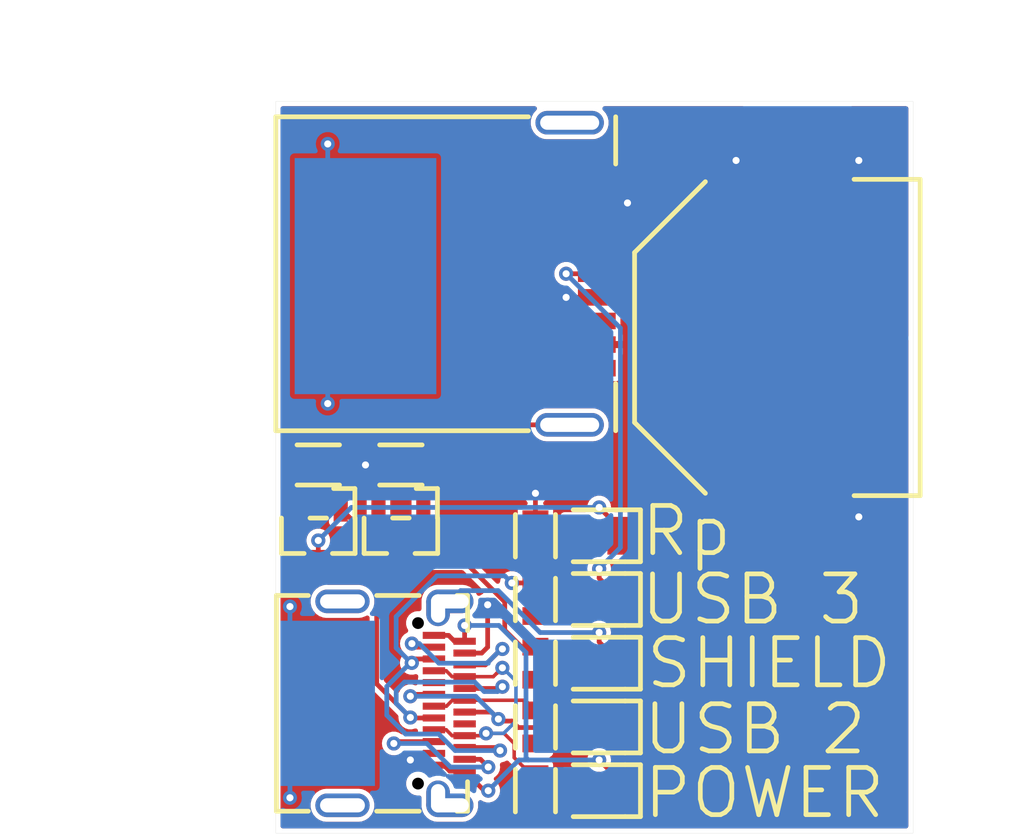
<source format=kicad_pcb>
(kicad_pcb (version 20211014) (generator pcbnew)

  (general
    (thickness 1.6)
  )

  (paper "A4")
  (title_block
    (date "$date$")
    (rev "$version$.$revision$")
    (company "CuVoodoo")
    (comment 1 "King Kévin")
    (comment 2 "CERN-OHL-S")
  )

  (layers
    (0 "F.Cu" signal)
    (31 "B.Cu" signal)
    (33 "F.Adhes" user "F.Adhesive")
    (34 "B.Paste" user)
    (35 "F.Paste" user)
    (36 "B.SilkS" user "B.Silkscreen")
    (37 "F.SilkS" user "F.Silkscreen")
    (38 "B.Mask" user)
    (39 "F.Mask" user)
    (40 "Dwgs.User" user "User.Drawings")
    (44 "Edge.Cuts" user)
    (45 "Margin" user)
    (46 "B.CrtYd" user "B.Courtyard")
    (47 "F.CrtYd" user "F.Courtyard")
    (48 "B.Fab" user)
    (49 "F.Fab" user)
  )

  (setup
    (stackup
      (layer "F.SilkS" (type "Top Silk Screen"))
      (layer "F.Paste" (type "Top Solder Paste"))
      (layer "F.Mask" (type "Top Solder Mask") (thickness 0.01))
      (layer "F.Cu" (type "copper") (thickness 0.035))
      (layer "dielectric 1" (type "core") (thickness 1.51) (material "FR4") (epsilon_r 4.5) (loss_tangent 0.02))
      (layer "B.Cu" (type "copper") (thickness 0.035))
      (layer "B.Mask" (type "Bottom Solder Mask") (thickness 0.01))
      (layer "B.Paste" (type "Bottom Solder Paste"))
      (layer "B.SilkS" (type "Bottom Silk Screen"))
      (copper_finish "None")
      (dielectric_constraints no)
    )
    (pad_to_mask_clearance 0)
    (pcbplotparams
      (layerselection 0x00010fc_ffffffff)
      (disableapertmacros false)
      (usegerberextensions false)
      (usegerberattributes true)
      (usegerberadvancedattributes true)
      (creategerberjobfile true)
      (svguseinch false)
      (svgprecision 6)
      (excludeedgelayer true)
      (plotframeref false)
      (viasonmask false)
      (mode 1)
      (useauxorigin false)
      (hpglpennumber 1)
      (hpglpenspeed 20)
      (hpglpendiameter 15.000000)
      (dxfpolygonmode true)
      (dxfimperialunits true)
      (dxfusepcbnewfont true)
      (psnegative false)
      (psa4output false)
      (plotreference true)
      (plotvalue true)
      (plotinvisibletext false)
      (sketchpadsonfab false)
      (subtractmaskfromsilk false)
      (outputformat 1)
      (mirror false)
      (drillshape 1)
      (scaleselection 1)
      (outputdirectory "")
    )
  )

  (net 0 "")
  (net 1 "VCC")
  (net 2 "GND")
  (net 3 "/PWR-")
  (net 4 "Net-(D1-Pad2)")
  (net 5 "/USB2-")
  (net 6 "Net-(D2-Pad2)")
  (net 7 "/USB3-")
  (net 8 "Net-(D3-Pad2)")
  (net 9 "Net-(D4-Pad1)")
  (net 10 "Net-(D4-Pad2)")
  (net 11 "Net-(D5-Pad2)")
  (net 12 "Net-(J1-Pad8)")
  (net 13 "Net-(J1-Pad5)")
  (net 14 "/SH-A")
  (net 15 "Net-(J2-PadA3)")
  (net 16 "/PWR+")
  (net 17 "/Rp")
  (net 18 "/USB2+")
  (net 19 "unconnected-(J2-PadA8)")
  (net 20 "/USB3+")
  (net 21 "Net-(J2-PadA11)")
  (net 22 "unconnected-(J2-PadB8)")
  (net 23 "/SH-C")
  (net 24 "Net-(Q7-Pad3)")
  (net 25 "unconnected-(J1-Pad10)")
  (net 26 "unconnected-(J2-PadS2)")
  (net 27 "unconnected-(J2-PadS4)")
  (net 28 "unconnected-(J2-PadS3)")

  (footprint "qeda:UC1608X55N" (layer "F.Cu") (at 61.3 66.4))

  (footprint "qeda:LEDC2012X80N" (layer "F.Cu") (at 64 61 -90))

  (footprint "kikit:Tab" (layer "F.Cu") (at 77.55 49.9 180))

  (footprint "qeda:CONNECTOR_XKB_U262-24XN-4BV64" (layer "F.Cu") (at 54.375 65.4 -90))

  (footprint "qeda:UC1608X55N" (layer "F.Cu") (at 52.1 55.3 90))

  (footprint "kikit:Tab" (layer "F.Cu") (at 50 47.2))

  (footprint "qeda:LEDC2012X80N" (layer "F.Cu") (at 64 63.7 -90))

  (footprint "qeda:CONNECTOR_MY-1220-03" (layer "F.Cu") (at 71.5 49.9 -90))

  (footprint "qeda:UC1608X55N" (layer "F.Cu") (at 61.3 69.1))

  (footprint "qeda:CONNECTOR_U231-09XN-4BLRA00" (layer "F.Cu") (at 57.5 47.2 -90))

  (footprint "qeda:LEDC2012X80N" (layer "F.Cu") (at 64 69.1 -90))

  (footprint "qeda:UC1608X55N" (layer "F.Cu") (at 61.3 63.7))

  (footprint "qeda:UC1608X55N" (layer "F.Cu") (at 55.6 55.3 -90))

  (footprint "qeda:SOT95P237X112-3N" (layer "F.Cu") (at 55.6 58.3 -90))

  (footprint "qeda:SOT95P237X112-3N" (layer "F.Cu") (at 52.1 58.3 -90))

  (footprint "qeda:LEDC2012X80N" (layer "F.Cu") (at 64 58.3 -90))

  (footprint "qeda:LEDC2012X80N" (layer "F.Cu") (at 64 66.4 -90))

  (footprint "qeda:UC1608X55N" (layer "F.Cu") (at 61.3 58.3))

  (footprint "qeda:UC1608X55N" (layer "F.Cu") (at 61.3 61))

  (footprint "custom:pad_C" (layer "B.Cu") (at 52.4 65.4 180))

  (footprint "custom:pad_A" (layer "B.Cu") (at 54 47.3 180))

  (gr_rect (start 50.3 39.9) (end 77.3 70.9) (layer "Edge.Cuts") (width 0.01) (fill none) (tstamp e110771b-8aba-42bd-84d6-617f9ea39dc4))
  (gr_text "POWER" (at 71 69.2) (layer "F.SilkS") (tstamp 28d0cc7d-8de8-4b53-95ef-6dfe09ee3a59)
    (effects (font (size 2 2) (thickness 0.2)))
  )
  (gr_text "USB 2" (at 70.6 66.5) (layer "F.SilkS") (tstamp 3859f4e5-f8f6-455c-8d1a-163e06472d32)
    (effects (font (size 2 2) (thickness 0.2)))
  )
  (gr_text "USB 3" (at 70.5 61) (layer "F.SilkS") (tstamp 4c0f3b00-6ee3-44a9-9f3c-e2b80cccfc95)
    (effects (font (size 2 2) (thickness 0.2)))
  )
  (gr_text "Rp" (at 67.7 58.1) (layer "F.SilkS") (tstamp 99fc3018-400c-48b2-8606-a82ade13f88d)
    (effects (font (size 2 2) (thickness 0.2)))
  )
  (gr_text "SHIELD" (at 71.2 63.7) (layer "F.SilkS") (tstamp aa6aed97-74af-4bcd-9533-eb1f6168cfd8)
    (effects (font (size 2 2) (thickness 0.2)))
  )
  (dimension (type aligned) (layer "F.Fab") (tstamp 0987586c-4343-480a-ae15-bc1b4632f1d3)
    (pts (xy 50.3 39.9) (xy 50.3 70.9))
    (height 5.6)
    (gr_text "31.0000 mm" (at 43.55 55.4 90) (layer "F.Fab") (tstamp 0987586c-4343-480a-ae15-bc1b4632f1d3)
      (effects (font (size 1 1) (thickness 0.15)))
    )
    (format (units 3) (units_format 1) (precision 4))
    (style (thickness 0.1) (arrow_length 1.27) (text_position_mode 0) (extension_height 0.58642) (extension_offset 0.5) keep_text_aligned)
  )
  (dimension (type aligned) (layer "F.Fab") (tstamp d235e816-7f10-40ef-931c-0cccd106ef8e)
    (pts (xy 50.3 39.9) (xy 77.3 39.9))
    (height -2.3)
    (gr_text "27.0000 mm" (at 63.8 36.45) (layer "F.Fab") (tstamp d235e816-7f10-40ef-931c-0cccd106ef8e)
      (effects (font (size 1 1) (thickness 0.15)))
    )
    (format (units 3) (units_format 1) (precision 4))
    (style (thickness 0.1) (arrow_length 1.27) (text_position_mode 0) (extension_height 0.58642) (extension_offset 0.5) keep_text_aligned)
  )

  (segment (start 72.4 42.35) (end 69.85 42.35) (width 0.2) (layer "F.Cu") (net 1) (tstamp 0ec064ea-89a2-4805-b116-c83dc8e13768))
  (segment (start 57 67.52) (end 56.28 67.52) (width 0.2) (layer "F.Cu") (net 1) (tstamp 1b8b5758-c580-4557-87a1-b6222a8116e9))
  (segment (start 63.9 48.2) (end 62.6 48.2) (width 0.2) (layer "F.Cu") (net 1) (tstamp 3b85de12-8f5e-4ee5-baa0-b3e061d387b0))
  (segment (start 74.95 57.45) (end 75 57.5) (width 0.2) (layer "F.Cu") (net 1) (tstamp 40f41ae5-c0fa-46c5-bb56-d03490ca3c74))
  (segment (start 54.9 56.1) (end 54.9 55.3) (width 0.2) (layer "F.Cu") (net 1) (tstamp 5057673a-c73c-4efa-ae8a-95656c6fbaa2))
  (segment (start 56.28 67.52) (end 56 67.8) (width 0.2) (layer "F.Cu") (net 1) (tstamp 6355cadd-40a2-4caa-bf46-5786df19e887))
  (segment (start 59.024022 63.27) (end 58.3 63.27) (width 0.2) (layer "F.Cu") (net 1) (tstamp 69ec6134-374d-4104-8d1d-f52100048361))
  (segment (start 63.9 44.2) (end 65.2 44.2) (width 0.2) (layer "F.Cu") (net 1) (tstamp 8b0223ce-8578-461b-8300-b85dbef8cc65))
  (segment (start 74.95 42.35) (end 75 42.4) (width 0.2) (layer "F.Cu") (net 1) (tstamp 916ac31c-e257-4bf6-ab3c-881b663cb45e))
  (segment (start 61.3 57.6) (end 61.3 56.5005) (width 0.2) (layer "F.Cu") (net 1) (tstamp 9e0b6373-37a1-49ce-9330-a38e67a3ca82))
  (segment (start 59.276089 61.223911) (end 59.276089 63.017933) (width 0.2) (layer "F.Cu") (net 1) (tstamp 9e2debc8-f8b5-45d8-b683-92d0cd68a8b9))
  (segment (start 54.9 55.3) (end 54.1 55.3) (width 0.2) (layer "F.Cu") (net 1) (tstamp ad39febb-c199-4774-924f-74b31058784a))
  (segment (start 59.276089 63.017933) (end 59.024022 63.27) (width 0.2) (layer "F.Cu") (net 1) (tstamp b19d611f-10c6-4b82-a5fb-8b2a03084b94))
  (segment (start 72.4 57.45) (end 74.95 57.45) (width 0.2) (layer "F.Cu") (net 1) (tstamp b851d31a-dd8e-4bc1-832f-5ff796344720))
  (segment (start 54.65 57.15) (end 54.65 56.35) (width 0.2) (layer "F.Cu") (net 1) (tstamp c25dcda4-5e3c-40df-b2ac-0359c55bfe80))
  (segment (start 69.85 42.35) (end 69.8 42.4) (width 0.2) (layer "F.Cu") (net 1) (tstamp c7981b7d-a715-4d2c-895b-cb2badb347b7))
  (segment (start 54.65 56.35) (end 54.9 56.1) (width 0.2) (layer "F.Cu") (net 1) (tstamp e68da39b-9455-46ee-9023-e1d902ce8783))
  (segment (start 72.4 42.35) (end 74.95 42.35) (width 0.2) (layer "F.Cu") (net 1) (tstamp f5dcbef9-d186-485b-bd4f-c91f0d0e3850))
  (via (at 65.2 44.2) (size 0.6) (drill 0.3) (layers "F.Cu" "B.Cu") (net 1) (tstamp 4fa1f0af-4b89-4023-9992-28f7a0a9c009))
  (via (at 59.276089 61.223911) (size 0.6) (drill 0.3) (layers "F.Cu" "B.Cu") (net 1) (tstamp 522fea9f-551e-4434-8631-a4891a80df0c))
  (via (at 69.8 42.4) (size 0.6) (drill 0.3) (layers "F.Cu" "B.Cu") (free) (net 1) (tstamp 527aad75-89e0-49ea-9c73-e418cf7b772d))
  (via (at 75 57.5) (size 0.6) (drill 0.3) (layers "F.Cu" "B.Cu") (free) (net 1) (tstamp 5a6c3353-bd2a-461c-bfd6-749bbcb38c9f))
  (via (at 56 67.8) (size 0.6) (drill 0.3) (layers "F.Cu" "B.Cu") (net 1) (tstamp 64aed69c-80f4-4314-a1a8-c168a4b46aac))
  (via (at 54.1 55.3) (size 0.6) (drill 0.3) (layers "F.Cu" "B.Cu") (net 1) (tstamp cde70262-8de2-40e1-8ac2-f0f87b0935b8))
  (via (at 62.6 48.2) (size 0.6) (drill 0.3) (layers "F.Cu" "B.Cu") (net 1) (tstamp cf64a83f-fc0f-41f5-a09f-a473f2fcaeb8))
  (via (at 61.3 56.5005) (size 0.6) (drill 0.3) (layers "F.Cu" "B.Cu") (net 1) (tstamp d2cb9189-cf73-4ae4-849f-331b6c5d53fe))
  (via (at 75 42.4) (size 0.6) (drill 0.3) (layers "F.Cu" "B.Cu") (free) (net 1) (tstamp dece80db-b223-47d7-a844-ee468c4ea71a))
  (segment (start 51.15 57.15) (end 51.15 56.25) (width 0.2) (layer "F.Cu") (net 2) (tstamp 3e8c52f4-c292-41de-b893-dff2eb05e5b7))
  (segment (start 51.4 55.3) (end 51.4 56.1) (width 0.2) (layer "F.Cu") (net 2) (tstamp 5585f689-7e40-4829-8910-d2356495f5fc))
  (segment (start 51.4 56.1) (end 51.3 56.2) (width 0.2) (layer "F.Cu") (net 2) (tstamp 9b592365-c8d5-4a2e-badf-1836595f56dc))
  (segment (start 51.3 56.2) (end 50.8 56.2) (width 0.2) (layer "F.Cu") (net 2) (tstamp ad282a46-12ef-4760-80d9-dd50359b8f5e))
  (segment (start 51.3 56.2) (end 52 56.2) (width 0.2) (layer "F.Cu") (net 2) (tstamp e6904079-8b45-44a7-954b-50b7606e0247))
  (segment (start 51.15 56.25) (end 51.2 56.2) (width 0.2) (layer "F.Cu") (net 2) (tstamp e973af6f-a678-41e3-b6da-a874a1dde2aa))
  (via (at 52.5 52.7) (size 0.6) (drill 0.3) (layers "F.Cu" "B.Cu") (free) (net 2) (tstamp 0adbdb3a-b4d2-41cc-bf50-f2cae164ce39))
  (via (at 52.5 41.7) (size 0.6) (drill 0.3) (layers "F.Cu" "B.Cu") (free) (net 2) (tstamp 296fb7f1-1974-424c-a8b2-73df8b494b41))
  (via (at 50.9 69.4) (size 0.6) (drill 0.3) (layers "F.Cu" "B.Cu") (free) (net 2) (tstamp 5b108c2c-8a29-4a2e-91c4-542177498c7e))
  (via (at 50.9 61.3) (size 0.6) (drill 0.3) (layers "F.Cu" "B.Cu") (free) (net 2) (tstamp e17a7adb-d249-4f09-8b74-512b1d67ef6c))
  (segment (start 52.5 52.7) (end 52.5 47.2) (width 0.2) (layer "B.Cu") (net 2) (tstamp 2632d420-b156-40e8-9458-c0f98e590ea6))
  (segment (start 52.5 41.7) (end 52.5 47.2) (width 0.2) (layer "B.Cu") (net 2) (tstamp 2da33d65-0ee9-4772-a8d4-f309ba809487))
  (segment (start 50.9 61.3) (end 50.9 63.8) (width 0.2) (layer "B.Cu") (net 2) (tstamp 34f7e865-f565-4861-b0a2-849b03cfb77d))
  (segment (start 50.9 69.4) (end 50.9 67) (width 0.2) (layer "B.Cu") (net 2) (tstamp 6744e9b6-8143-42af-92b5-af9275c3ccb4))
  (segment (start 50.9 63.8) (end 52.5 65.4) (width 0.2) (layer "B.Cu") (net 2) (tstamp a048a9aa-add2-4616-9d3b-ce70a036ddcb))
  (segment (start 50.9 67) (end 52.5 65.4) (width 0.2) (layer "B.Cu") (net 2) (tstamp ee761e24-175e-43fe-a11c-7c6f54ca9a66))
  (segment (start 57.87 62.77) (end 58.3 62.77) (width 0.2) (layer "F.Cu") (net 3) (tstamp 28290c71-68de-4c28-8728-ad8c7232ab45))
  (segment (start 64.9 68.7) (end 64 67.8) (width 0.2) (layer "F.Cu") (net 3) (tstamp 30d00695-2761-4e24-8335-8327aaa75002))
  (segment (start 57.62 62.52) (end 57.87 62.77) (width 0.2) (layer "F.Cu") (net 3) (tstamp 33226df9-6400-49bc-887f-48f8f75bdba5))
  (segment (start 58.3 62.77) (end 58.3 62.1) (width 0.2) (layer "F.Cu") (net 3) (tstamp 3f0c5b8a-8754-48a3-907b-6d807b9c72b0))
  (segment (start 57 62.52) (end 57.62 62.52) (width 0.2) (layer "F.Cu") (net 3) (tstamp 64c92ce1-6f9d-46f2-b7a7-1128a377480f))
  (segment (start 64.9 69.1) (end 64.9 68.7) (width 0.2) (layer "F.Cu") (net 3) (tstamp 6c9b78b1-2421-4c64-a4af-ad160cdaab73))
  (segment (start 57.42 68.02) (end 57.67 68.27) (width 0.2) (layer "F.Cu") (net 3) (tstamp 72fcd135-1384-4732-8938-e7add491d0ec))
  (segment (start 59.13 69.1) (end 58.3 68.27) (width 0.2) (layer "F.Cu") (net 3) (tstamp 9e4290f1-51d5-4f7d-81b6-76bba4400bdb))
  (segment (start 59.3 69.1) (end 59.13 69.1) (width 0.2) (layer "F.Cu") (net 3) (tstamp a8abf6e0-f867-45c8-b60c-2e28824cb312))
  (segment (start 57.67 68.27) (end 58.3 68.27) (width 0.2) (layer "F.Cu") (net 3) (tstamp edd723ed-ada5-4c33-b836-6a765deb5ab8))
  (segment (start 57 68.02) (end 57.42 68.02) (width 0.2) (layer "F.Cu") (net 3) (tstamp f595d2d8-fada-4670-85d5-7eadd6975f3a))
  (via (at 58.3 62.1) (size 0.6) (drill 0.3) (layers "F.Cu" "B.Cu") (net 3) (tstamp 61228115-c3c1-4c09-9057-e8b0ee5d5179))
  (via (at 59.3 69.1) (size 0.6) (drill 0.3) (layers "F.Cu" "B.Cu") (net 3) (tstamp 8b661746-cf2c-4a6f-956a-30db112cbceb))
  (via (at 64 67.8) (size 0.6) (drill 0.3) (layers "F.Cu" "B.Cu") (net 3) (tstamp e57c7d3f-2011-4453-ba51-7180f65ec00b))
  (segment (start 64 67.8) (end 61 67.8) (width 0.2) (layer "B.Cu") (net 3) (tstamp 03560363-6a61-4260-ad7c-0a7b18fd9387))
  (segment (start 60.9 63.247986) (end 60.9 67.7) (width 0.2) (layer "B.Cu") (net 3) (tstamp 1dc02f56-c601-4978-ad6f-99ab3cb9600d))
  (segment (start 61 67.8) (end 60.6 67.8) (width 0.2) (layer "B.Cu") (net 3) (tstamp 262efff9-07f6-4127-8dae-3449e11ab2e2))
  (segment (start 59.752014 62.1) (end 60.9 63.247986) (width 0.2) (layer "B.Cu") (net 3) (tstamp 706d331e-9990-47fa-bd71-ffef050819a7))
  (segment (start 60.9 67.7) (end 61 67.8) (width 0.2) (layer "B.Cu") (net 3) (tstamp 8870284b-bbeb-44c8-a36c-49d893d9d8fa))
  (segment (start 60.6 67.8) (end 59.3 69.1) (width 0.2) (layer "B.Cu") (net 3) (tstamp 88a0a88a-c116-4b88-8174-b1fddfa375b8))
  (segment (start 58.3 62.1) (end 59.752014 62.1) (width 0.2) (layer "B.Cu") (net 3) (tstamp 8ec74bc7-7979-4d25-bb25-1002dd3211ed))
  (segment (start 62.4 69.8) (end 63.1 69.1) (width 0.2) (layer "F.Cu") (net 4) (tstamp 06509903-9442-42f4-87a3-aa6effd51270))
  (segment (start 61.3 69.8) (end 62.4 69.8) (width 0.2) (layer "F.Cu") (net 4) (tstamp 92e5436c-8cd0-4fdc-8734-73ea33ab81b2))
  (segment (start 59.434312 65.77) (end 58.3 65.77) (width 0.2) (layer "F.Cu") (net 5) (tstamp 0fc718bd-20bf-4e09-8059-b80b256078a1))
  (segment (start 56.08 65.02) (end 56 65.1) (width 0.2) (layer "F.Cu") (net 5) (tstamp 144cb0a8-c226-41b7-b231-5a667076bcd5))
  (segment (start 62.4 65.3) (end 63.949022 65.3) (width 0.2) (layer "F.Cu") (net 5) (tstamp 39e8fab7-e3b2-483d-bee8-a812d8a861cd))
  (segment (start 62.250489 66.273533) (end 62.250489 65.449511) (width 0.2) (layer "F.Cu") (net 5) (tstamp 5b4c0919-1e6b-4e97-9192-b1bf7a7caee7))
  (segment (start 59.729808 66.065496) (end 59.81529 66.150978) (width 0.2) (layer "F.Cu") (net 5) (tstamp 6244e5a5-1887-44c1-921a-22c225f4ed75))
  (segment (start 62.098533 66.425489) (end 62.250489 66.273533) (width 0.2) (layer "F.Cu") (net 5) (tstamp 67cffd96-66e1-4f8d-a493-5f1f80ab8495))
  (segment (start 64.9 66.250978) (end 64.9 66.4) (width 0.2) (layer "F.Cu") (net 5) (tstamp 812711a1-1db5-45f9-8402-3f59cef0a66e))
  (segment (start 57 65.02) (end 56.08 65.02) (width 0.2) (layer "F.Cu") (net 5) (tstamp 81492a5c-d7b0-4e18-9355-4604ecdbffbc))
  (segment (start 59.81529 66.150978) (end 60.3 66.150978) (width 0.2) (layer "F.Cu") (net 5) (tstamp b09ed1ab-bd78-457e-b690-5a269a22f9e2))
  (segment (start 62.250489 65.449511) (end 62.4 65.3) (width 0.2) (layer "F.Cu") (net 5) (tstamp b99c66e4-fe49-46ab-8449-b9ad6b94dbfc))
  (segment (start 60.3 66.150978) (end 60.574511 66.425489) (width 0.2) (layer "F.Cu") (net 5) (tstamp e95a020f-b884-4c3e-9086-4b4235ac5ec8))
  (segment (start 63.949022 65.3) (end 64.9 66.250978) (width 0.2) (layer "F.Cu") (net 5) (tstamp edc3baf0-16d6-4606-a34e-1ccbcaa52ab8))
  (segment (start 60.574511 66.425489) (end 62.098533 66.425489) (width 0.2) (layer "F.Cu") (net 5) (tstamp f141967a-c0ab-4b1e-ad40-f448b7f7d947))
  (segment (start 59.729808 66.065496) (end 59.434312 65.77) (width 0.2) (layer "F.Cu") (net 5) (tstamp fee3ca4b-a214-46b3-9cb4-84f213190977))
  (via (at 59.729808 66.065496) (size 0.6) (drill 0.3) (layers "F.Cu" "B.Cu") (net 5) (tstamp d16c3a18-cdc1-4179-9758-b39f74001ef6))
  (via (at 56 65.1) (size 0.6) (drill 0.3) (layers "F.Cu" "B.Cu") (net 5) (tstamp dead273e-4cd2-49fd-9279-ca8452283aec))
  (segment (start 59.729808 66.065496) (end 58.764312 65.1) (width 0.2) (layer "B.Cu") (net 5) (tstamp 6d43aa55-7c83-46a6-a197-3d6b71417ad4))
  (segment (start 58.764312 65.1) (end 56 65.1) (width 0.2) (layer "B.Cu") (net 5) (tstamp 82f2ee27-d41f-4f1d-b6c2-4795bb7b85de))
  (segment (start 62.4 67.1) (end 63.1 66.4) (width 0.2) (layer "F.Cu") (net 6) (tstamp c360a504-90a0-4d4b-be27-6c560537bcf3))
  (segment (start 61.3 67.1) (end 62.4 67.1) (width 0.2) (layer "F.Cu") (net 6) (tstamp e1eee509-ea3d-4376-92ce-6543c57e18f5))
  (segment (start 63.9 47.2) (end 62.6 47.2) (width 0.2) (layer "F.Cu") (net 7) (tstamp 082efa80-21ad-47b6-93ac-219b6d5d19ec))
  (segment (start 64 60.1) (end 64.9 61) (width 0.2) (layer "F.Cu") (net 7) (tstamp 0982c320-41d0-4282-82c8-c03c9c5254d1))
  (segment (start 64 59.7) (end 64 60.1) (width 0.2) (layer "F.Cu") (net 7) (tstamp 7ec8cb36-5a02-42fc-82ee-8cb2604766dd))
  (via (at 64 59.7) (size 0.6) (drill 0.3) (layers "F.Cu" "B.Cu") (net 7) (tstamp 63ceaa7b-3446-4530-808d-5bd8a9a9b270))
  (via (at 62.6 47.2) (size 0.6) (drill 0.3) (layers "F.Cu" "B.Cu") (net 7) (tstamp fed793c4-5920-4faa-8924-fb809828384f))
  (segment (start 64.900489 58.799511) (end 64.900489 49.500489) (width 0.2) (layer "B.Cu") (net 7) (tstamp 0d169fdd-0647-4144-b48a-f330c5b6aead))
  (segment (start 64 59.7) (end 64.900489 58.799511) (width 0.2) (layer "B.Cu") (net 7) (tstamp 4d411035-f8e7-4ab1-bccf-bb9ceced5881))
  (segment (start 64.900489 49.500489) (end 62.6 47.2) (width 0.2) (layer "B.Cu") (net 7) (tstamp 812beb1f-4872-4838-806c-81ab5e558f5f))
  (segment (start 62.4 61.7) (end 63.1 61) (width 0.2) (layer "F.Cu") (net 8) (tstamp 2d65021b-1d2c-4c04-b724-b366f1e833cf))
  (segment (start 61.3 61.7) (end 62.4 61.7) (width 0.2) (layer "F.Cu") (net 8) (tstamp 33696b01-17e0-42f4-97e2-ea740f87064e))
  (segment (start 52.1 58.5) (end 52.1 59.45) (width 0.2) (layer "F.Cu") (net 9) (tstamp 3c14ee8f-9a4f-46ea-afdb-aa9a9b7bf048))
  (segment (start 64.9 58) (end 64 57.1) (width 0.2) (layer "F.Cu") (net 9) (tstamp 7c7ab7b4-5070-4ed7-9886-e339d46c25fb))
  (segment (start 64.9 58.3) (end 64.9 58) (width 0.2) (layer "F.Cu") (net 9) (tstamp c19515e2-da46-48cf-938f-85c3f081425e))
  (via (at 64 57.1) (size 0.6) (drill 0.3) (layers "F.Cu" "B.Cu") (net 9) (tstamp 3af5ac5c-4cd6-4c08-91d9-7786621392e8))
  (via (at 52.1 58.5) (size 0.6) (drill 0.3) (layers "F.Cu" "B.Cu") (net 9) (tstamp ae2c0a70-2378-43ca-8685-04fb9d234ad8))
  (segment (start 64 57.1) (end 53.5 57.1) (width 0.2) (layer "B.Cu") (net 9) (tstamp 9dfc212d-9831-4f8e-8e12-6a1b371bf03e))
  (segment (start 53.5 57.1) (end 52.1 58.5) (width 0.2) (layer "B.Cu") (net 9) (tstamp e8caf5c6-8784-4cf3-bf4c-f587fe83f85c))
  (segment (start 61.3 59) (end 62.4 59) (width 0.2) (layer "F.Cu") (net 10) (tstamp 600bf926-757a-4ba3-85e6-922f96976d2a))
  (segment (start 62.4 59) (end 63.1 58.3) (width 0.2) (layer "F.Cu") (net 10) (tstamp d6297aad-2160-46a6-b90b-5d247f2de6a1))
  (segment (start 62.4 64.4) (end 63.1 63.7) (width 0.2) (layer "F.Cu") (net 11) (tstamp 8c73cd64-a10b-4858-8882-a99d1f846635))
  (segment (start 61.3 64.4) (end 62.4 64.4) (width 0.2) (layer "F.Cu") (net 11) (tstamp d00bd804-a559-4e7f-b2f8-adbbae07fff7))
  (segment (start 62.4 44.8) (end 62.8 45.2) (width 0.2) (layer "F.Cu") (net 12) (tstamp 45cfbb0f-1c5b-43ff-8533-b7e190cf389b))
  (segment (start 63.9 43.2) (end 62.8 43.2) (width 0.2) (layer "F.Cu") (net 12) (tstamp 4935fee8-0ddb-46bc-b996-bcf8323e668a))
  (segment (start 62.4 43.6) (end 62.4 44.8) (width 0.2) (layer "F.Cu") (net 12) (tstamp a962cbfa-7c3c-443d-a1fd-57c1f365e664))
  (segment (start 62.8 45.2) (end 63.9 45.2) (width 0.2) (layer "F.Cu") (net 12) (tstamp add3771a-39c6-4bbe-9d69-4a67a27dbc26))
  (segment (start 62.8 43.2) (end 62.4 43.6) (width 0.2) (layer "F.Cu") (net 12) (tstamp c1f4cebc-f59d-49cc-b8d8-cee160f95adb))
  (segment (start 63.9 49.2) (end 62.9 49.2) (width 0.2) (layer "F.Cu") (net 13) (tstamp 757b6d0a-4def-4e83-be0c-da2a4643d0a7))
  (segment (start 62.9 49.2) (end 62.4 49.7) (width 0.2) (layer "F.Cu") (net 13) (tstamp 8053613e-4da5-4674-956b-0172ac5f84a0))
  (segment (start 62.4 49.7) (end 62.4 50.7) (width 0.2) (layer "F.Cu") (net 13) (tstamp 88040059-67a4-499c-9026-190d2a993001))
  (segment (start 62.9 51.2) (end 63.9 51.2) (width 0.2) (layer "F.Cu") (net 13) (tstamp 89289089-3246-439a-a0bd-35dcbad4cb49))
  (segment (start 62.4 50.7) (end 62.9 51.2) (width 0.2) (layer "F.Cu") (net 13) (tstamp c6f8c1ef-a233-4fca-ad84-621eb972d8b5))
  (segment (start 58 53.6) (end 56.3 55.3) (width 0.2) (layer "F.Cu") (net 14) (tstamp 9313de47-ad3c-4255-81ae-34638695b0a0))
  (segment (start 56.55 57.15) (end 56.55 56.25) (width 0.2) (layer "F.Cu") (net 14) (tstamp af6bee64-140c-4c39-a693-c8ebf2547fbd))
  (segment (start 56.55 56.25) (end 56.55 55.55) (width 0.2) (layer "F.Cu") (net 14) (tstamp c6fe10ab-3b47-4805-b58f-7ed2d4409a05))
  (segment (start 62.75 53.6) (end 58 53.6) (width 0.2) (layer "F.Cu") (net 14) (tstamp d128ede1-b493-4347-8248-7237739ed435))
  (segment (start 56.55 55.55) (end 56.3 55.3) (width 0.2) (layer "F.Cu") (net 14) (tstamp e378255f-dad8-486a-a91b-a50579b46dca))
  (segment (start 58.3 63.77) (end 59.178085 63.77) (width 0.2) (layer "F.Cu") (net 15) (tstamp 1999fdda-b3cd-4b34-b78b-6b631e42f685))
  (segment (start 57 63.02) (end 56.216416 63.02) (width 0.2) (layer "F.Cu") (net 15) (tstamp 33ce2d79-cd34-4a55-8db9-806c37f11890))
  (segment (start 59.851589 63.096496) (end 59.900672 63.096496) (width 0.2) (layer "F.Cu") (net 15) (tstamp 6ffb6b44-1b6f-46b2-adf7-9dc8e95491f3))
  (segment (start 59.178085 63.77) (end 59.851589 63.096496) (width 0.2) (layer "F.Cu") (net 15) (tstamp 92d9609c-1018-4020-8408-b22e1b86c5ae))
  (segment (start 56.216416 63.02) (end 56.06596 62.869544) (width 0.2) (layer "F.Cu") (net 15) (tstamp 9e9355c0-df62-4a39-905b-9406ed732fc6))
  (via (at 56.06596 62.869544) (size 0.6) (drill 0.3) (layers "F.Cu" "B.Cu") (net 15) (tstamp 581f32bb-9ddc-4471-b080-76e130484983))
  (via (at 59.900672 63.096496) (size 0.6) (drill 0.3) (layers "F.Cu" "B.Cu") (net 15) (tstamp b758e163-5102-46e6-a850-b3b6ff0de536))
  (segment (start 59.3 63.648085) (end 59.3 63.7) (width 0.2) (layer "B.Cu") (net 15) (tstamp 279f8941-5e19-463c-8d8f-d5fc08dd1b0e))
  (segment (start 59.3 63.7) (end 57.211699 63.7) (width 0.2) (layer "B.Cu") (net 15) (tstamp 62edeeab-d68e-4848-b8b6-0a6e84f8c1a9))
  (segment (start 59.851589 63.096496) (end 59.3 63.648085) (width 0.2) (layer "B.Cu") (net 15) (tstamp 800742b1-ea68-430f-b38d-b650b44f9057))
  (segment (start 56.381243 62.869544) (end 56.06596 62.869544) (width 0.2) (layer "B.Cu") (net 15) (tstamp afc06b9b-0555-49ad-a75f-16ecde840603))
  (segment (start 59.900672 63.096496) (end 59.851589 63.096496) (width 0.2) (layer "B.Cu") (net 15) (tstamp c46343eb-af26-43f7-8b9b-17255129c1f2))
  (segment (start 57.211699 63.7) (end 56.381243 62.869544) (width 0.2) (layer "B.Cu") (net 15) (tstamp d835af60-ec0d-472e-b764-5789ed185a0a))
  (segment (start 57 64.02) (end 57.52 64.02) (width 0.15) (layer "F.Cu") (net 16) (tstamp 17b2821c-9b29-4198-aa70-180564528a28))
  (segment (start 59.207146 66.6705) (end 59.9705 66.6705) (width 0.15) (layer "F.Cu") (net 16) (tstamp 21860735-99ca-40fa-86d0-8a4e0e9d557b))
  (segment (start 59.899925 63.895998) (end 59.674934 64.120989) (width 0.15) (layer "F.Cu") (net 16) (tstamp 41cbf25a-2f94-4725-be3d-3c9fdf2a3017))
  (segment (start 59.107646 66.77) (end 59.207146 66.6705) (width 0.15) (layer "F.Cu") (net 16) (tstamp 4e6709cf-762d-427c-8534-22e2be7cb912))
  (segment (start 59.662529 64.120989) (end 59.513518 64.27) (width 0.15) (layer "F.Cu") (net 16) (tstamp 5b78b96f-bbfb-4d01-8f96-fddb62cc7b2b))
  (segment (start 58.3 66.77) (end 59.107646 66.77) (width 0.15) (layer "F.Cu") (net 16) (tstamp 6100481f-aff1-46d4-982f-3ff26d92b3f2))
  (segment (start 57 66.52) (end 57.52 66.52) (width 0.15) (layer "F.Cu") (net 16) (tstamp 6e65f4f8-9e8d-4724-8425-ecc50db044f1))
  (segment (start 59.513518 64.27) (end 58.3 64.27) (width 0.15) (layer "F.Cu") (net 16) (tstamp 74c59a5f-a887-47b2-8ba1-82797869c834))
  (segment (start 57.52 66.52) (end 57.77 66.77) (width 0.15) (layer "F.Cu") (net 16) (tstamp 80d0a409-42e8-426e-ba03-1b5244f06655))
  (segment (start 59.9705 66.6705) (end 60.4 67.1) (width 0.15) (layer "F.Cu") (net 16) (tstamp 87dd1b5b-8aad-4cd8-b03b-8219682c3779))
  (segment (start 57.52 64.02) (end 57.77 64.27) (width 0.15) (layer "F.Cu") (net 16) (tstamp 9013eee6-b64d-40fa-a83e-b27ec895221b))
  (segment (start 57.77 66.77) (end 58.3 66.77) (width 0.15) (layer "F.Cu") (net 16) (tstamp a0e57082-d29f-41ba-926e-5eb600adeb09))
  (segment (start 59.674934 64.120989) (end 59.662529 64.120989) (width 0.15) (layer "F.Cu") (net 16) (tstamp a59e34c0-205f-455d-b8c8-36e95924bcd8))
  (segment (start 61.1 68.4) (end 61.3 68.4) (width 0.15) (layer "F.Cu") (net 16) (tstamp ae0786e2-53b5-4f7f-9dc9-4f01b1eeb4d6))
  (segment (start 60.4 67.1) (end 60.4 67.7) (width 0.15) (layer "F.Cu") (net 16) (tstamp dc5f25db-aeee-4fae-b2d8-9ec545e2c84a))
  (segment (start 57.77 64.27) (end 58.3 64.27) (width 0.15) (layer "F.Cu") (net 16) (tstamp df20a2e8-6a68-4b24-a4aa-5430bf05df97))
  (segment (start 60.4 67.7) (end 61.1 68.4) (width 0.15) (layer "F.Cu") (net 16) (tstamp ecbe0046-f121-4584-94a9-cd17e6aec82e))
  (via (at 59.899925 63.895998) (size 0.6) (drill 0.3) (layers "F.Cu" "B.Cu") (net 16) (tstamp 7354a64d-c91d-4ac9-a819-952426dc9142))
  (via (at 59.207146 66.6705) (size 0.6) (drill 0.3) (layers "F.Cu" "B.Cu") (net 16) (tstamp cdea7b84-076c-4f56-aca0-5b8e84ab5297))
  (segment (start 59.954989 66.6705) (end 59.207146 66.6705) (width 0.15) (layer "B.Cu") (net 16) (tstamp 3f6b30f6-23b7-4d6e-8fbe-e3aa3c98e00a))
  (segment (start 60.017482 64) (end 60.475011 64.457529) (width 0.15) (layer "B.Cu") (net 16) (tstamp 65a3d422-7ee4-471e-96a4-5092c4d7a106))
  (segment (start 59.899925 63.895998) (end 60.003927 64) (width 0.15) (layer "B.Cu") (net 16) (tstamp b3665817-9b68-4f72-b6fd-11f6e1069296))
  (segment (start 60.475011 66.150478) (end 59.954989 66.6705) (width 0.15) (layer "B.Cu") (net 16) (tstamp b7715cd4-4546-4d5a-9eae-0c91f4af9278))
  (segment (start 60.003927 64) (end 60.017482 64) (width 0.15) (layer "B.Cu") (net 16) (tstamp ba1db7a5-b5f8-4c49-9498-fe7854c54e67))
  (segment (start 60.475011 64.457529) (end 60.475011 66.150478) (width 0.15) (layer "B.Cu") (net 16) (tstamp ee950e96-3105-47a9-b219-97d2819305c6))
  (segment (start 56 66) (end 54.57452 64.57452) (width 0.2) (layer "F.Cu") (net 17) (tstamp 37344c70-55e7-4b18-9f13-bb6e01d39c45))
  (segment (start 56.02 66.02) (end 56 66) (width 0.2) (layer "F.Cu") (net 17) (tstamp 403015a3-4731-4cbb-83e6-fecf924c41fe))
  (segment (start 59.826 64.77) (end 58.3 64.77) (width 0.2) (layer "F.Cu") (net 17) (tstamp 437cc4f3-1784-448c-ad2c-4e52c2e32efd))
  (segment (start 54.57452 58.67452) (end 53.05 57.15) (width 0.2) (layer "F.Cu") (net 17) (tstamp 642463f4-e7a0-49d2-9d7d-f32fbe9f483f))
  (segment (start 53.05 55.55) (end 52.8 55.3) (width 0.2) (layer "F.Cu") (net 17) (tstamp 710a1816-53cd-4825-9207-28017c5120bc))
  (segment (start 57 66.02) (end 56.02 66.02) (width 0.2) (layer "F.Cu") (net 17) (tstamp 7523f17d-577d-4f32-9757-c8c490a68615))
  (segment (start 59.9005 64.6955) (end 59.826 64.77) (width 0.2) (layer "F.Cu") (net 17) (tstamp b7277299-f263-4b1b-8872-bad30caded7f))
  (segment (start 54.57452 64.57452) (end 54.57452 58.67452) (width 0.2) (layer "F.Cu") (net 17) (tstamp c28c627c-8e2d-4db7-afe6-33bafe0a2f4d))
  (segment (start 53.05 57.15) (end 53.05 55.55) (width 0.2) (layer "F.Cu") (net 17) (tstamp f9081e4b-c1d0-4e5f-87cb-9386d8c59fbf))
  (via (at 59.9005 64.6955) (size 0.6) (drill 0.3) (layers "F.Cu" "B.Cu") (net 17) (tstamp 1058638b-0448-4b13-b8cd-6e6cb2991d52))
  (via (at 56 66) (size 0.6) (drill 0.3) (layers "F.Cu" "B.Cu") (net 17) (tstamp 5e70abfd-eaf8-448b-b8f0-9829f1f629c8))
  (segment (start 58.729807 64.500489) (end 55.751673 64.500489) (width 0.2) (layer "B.Cu") (net 17) (tstamp 33c36b57-c0bf-4461-9aaa-ce4e7747f214))
  (segment (start 59.696 64.9) (end 59.129318 64.9) (width 0.2) (layer "B.Cu") (net 17) (tstamp 6c98df7a-299e-4711-95fd-414992615bfb))
  (segment (start 55.400489 64.851673) (end 55.400489 65.400489) (width 0.2) (layer "B.Cu") (net 17) (tstamp 76bd36e9-2b15-433b-8623-8dc25ff5a400))
  (segment (start 59.9005 64.6955) (end 59.696 64.9) (width 0.2) (layer "B.Cu") (net 17) (tstamp 77535946-c973-4a96-95b8-11b8a2f8d983))
  (segment (start 59.129318 64.9) (end 58.729807 64.500489) (width 0.2) (layer "B.Cu") (net 17) (tstamp 96803f82-2a50-4ed3-ac99-6cfbad85dd8c))
  (segment (start 55.751673 64.500489) (end 55.400489 64.851673) (width 0.2) (layer "B.Cu") (net 17) (tstamp 9f0bc63f-1460-43a0-b805-0fa2112e7239))
  (segment (start 55.400489 65.400489) (end 56 66) (width 0.2) (layer "B.Cu") (net 17) (tstamp d7fd82c1-0548-469d-852b-f973ef1fedd6))
  (segment (start 58.3 65.27) (end 60.87 65.27) (width 0.15) (layer "F.Cu") (net 18) (tstamp 0c38640b-8b09-4f8b-b836-abe3013c930a))
  (segment (start 57.780489 65.27) (end 57.530489 65.52) (width 0.15) (layer "F.Cu") (net 18) (tstamp 9f875f3b-75d8-4ab5-ba15-ab57767145e5))
  (segment (start 57.530489 65.52) (end 57 65.52) (width 0.15) (layer "F.Cu") (net 18) (tstamp ae708ea0-f24a-4229-97fa-4a42c08438a3))
  (segment (start 60.87 65.27) (end 61.3 65.7) (width 0.15) (layer "F.Cu") (net 18) (tstamp c26527dd-e6bc-4e1c-9e48-befadafea0f0))
  (segment (start 58.3 65.27) (end 57.780489 65.27) (width 0.15) (layer "F.Cu") (net 18) (tstamp e0855b11-26db-4ead-90c1-ecd50a06b896))
  (segment (start 56.225715 63.52) (end 57 63.52) (width 0.2) (layer "F.Cu") (net 20) (tstamp 3acbcd2f-27c0-4709-979d-3b7336372b5d))
  (segment (start 59.67 67.27) (end 59.8 67.4) (width 0.2) (layer "F.Cu") (net 20) (tstamp 944ad369-e13b-4129-9657-05f054f31058))
  (segment (start 58.3 67.27) (end 59.67 67.27) (width 0.2) (layer "F.Cu") (net 20) (tstamp ce5a214e-e949-4e56-8f99-95557a3c80a2))
  (segment (start 56.061225 63.68449) (end 56.225715 63.52) (width 0.2) (layer "F.Cu") (net 20) (tstamp df4f1b29-697b-42ca-8eb1-ee4d1edfffb5))
  (segment (start 60.3 60.3) (end 61.3 60.3) (width 0.2) (layer "F.Cu") (net 20) (tstamp fddb5796-afc6-4507-a67a-652701b518de))
  (via (at 56.061225 63.68449) (size 0.6) (drill 0.3) (layers "F.Cu" "B.Cu") (net 20) (tstamp 5c5e998c-ab9c-45aa-9d11-93f4b917d5aa))
  (via (at 59.8 67.4) (size 0.6) (drill 0.3) (layers "F.Cu" "B.Cu") (net 20) (tstamp 6006943d-3a6b-47d6-aad6-b4b26f7ed1da))
  (via (at 60.3 60.3) (size 0.6) (drill 0.3) (layers "F.Cu" "B.Cu") (net 20) (tstamp cbcab39e-255e-4356-b4ad-568db02be456))
  (segment (start 55.80048 66.70048) (end 57.20048 66.70048) (width 0.2) (layer "B.Cu") (net 20) (tstamp 04c664a8-68e5-476a-89f5-7523558b0dac))
  (segment (start 55.00097 64.686186) (end 55.00097 65.90097) (width 0.2) (layer "B.Cu") (net 20) (tstamp 13866240-90b8-4f3a-b916-e41131788f4c))
  (segment (start 55.4 63.051422) (end 55.4 61.724308) (width 0.2) (layer "B.Cu") (net 20) (tstamp 1fa1b9a5-23af-4830-a50a-e74c8023bde1))
  (segment (start 55.4 61.724308) (end 57.124308 60) (width 0.2) (layer "B.Cu") (net 20) (tstamp 26098c39-2bae-419b-8cf1-7a6677cf507a))
  (segment (start 57.124308 60) (end 60 60) (width 0.2) (layer "B.Cu") (net 20) (tstamp 426fde91-1280-4d5d-9075-46502827b6c0))
  (segment (start 60 60) (end 60.3 60.3) (width 0.2) (layer "B.Cu") (net 20) (tstamp 51cf6a37-ecd8-4fb7-b019-43e2a1c3dc5e))
  (segment (start 56.061225 63.68449) (end 56.002666 63.68449) (width 0.2) (layer "B.Cu") (net 20) (tstamp 720190b3-9634-4e18-ab1e-7010e9155daf))
  (segment (start 57.9 67.4) (end 59.8 67.4) (width 0.2) (layer "B.Cu") (net 20) (tstamp 814e2a68-efef-43f5-9dbc-2174a0471912))
  (segment (start 56.033068 63.68449) (end 55.4 63.051422) (width 0.2) (layer "B.Cu") (net 20) (tstamp 8deff56e-f994-436f-aeb6-2b1e261a16e9))
  (segment (start 55.00097 65.90097) (end 55.80048 66.70048) (width 0.2) (layer "B.Cu") (net 20) (tstamp abe60521-ec8a-4eb7-bcfb-72ffd0c2e426))
  (segment (start 56.061225 63.68449) (end 56.033068 63.68449) (width 0.2) (layer "B.Cu") (net 20) (tstamp c17ed371-8862-49a8-a7d7-e671b77c9928))
  (segment (start 56.002666 63.68449) (end 55.00097 64.686186) (width 0.2) (layer "B.Cu") (net 20) (tstamp d7586676-0bba-4b4e-97f0-814e474c2e83))
  (segment (start 57.20048 66.70048) (end 57.9 67.4) (width 0.2) (layer "B.Cu") (net 20) (tstamp f1795a69-a6fa-4bb6-b64a-c8afbeec7bf6))
  (segment (start 58.97 67.77) (end 58.3 67.77) (width 0.2) (layer "F.Cu") (net 21) (tstamp 775920e1-4c27-4a46-b66a-3af97f817a69))
  (segment (start 59.3 68.1) (end 58.97 67.77) (width 0.2) (layer "F.Cu") (net 21) (tstamp 905925ae-53e8-4429-9d47-ac2bc3188113))
  (segment (start 55.3 67.1) (end 55.38 67.02) (width 0.2) (layer "F.Cu") (net 21) (tstamp 9b3eb714-d2ae-4526-927b-773770ce0b2b))
  (segment (start 55.38 67.02) (end 57 67.02) (width 0.2) (layer "F.Cu") (net 21) (tstamp bf8ba8a0-36d5-4e5d-ac0b-d5f75dc5f60d))
  (via (at 59.3 68.1) (size 0.6) (drill 0.3) (layers "F.Cu" "B.Cu") (net 21) (tstamp 2333aaf4-17d6-4e23-ad2e-82b13e48715f))
  (via (at 55.3 67.1) (size 0.6) (drill 0.3) (layers "F.Cu" "B.Cu") (net 21) (tstamp 66ab4398-1c3d-42ce-aa14-eefaae86af29))
  (segment (start 55.3 67.1) (end 56.7 67.1) (width 0.2) (layer "B.Cu") (net 21) (tstamp 0db5d3eb-0aa9-4d15-8285-ee974a6d29d1))
  (segment (start 56.7 67.1) (end 57.7 68.1) (width 0.2) (layer "B.Cu") (net 21) (tstamp 60cef33b-3572-45bd-a579-eb139a9c9c4e))
  (segment (start 57.7 68.1) (end 59.3 68.1) (width 0.2) (layer "B.Cu") (net 21) (tstamp aedd7e23-3f86-4a52-b801-94567ab2f8dc))
  (segment (start 64 62.4) (end 64 62.8) (width 0.2) (layer "F.Cu") (net 23) (tstamp 4652ec4f-ff8a-46de-be90-64316d88ae8b))
  (segment (start 64 62.8) (end 64.9 63.7) (width 0.2) (layer "F.Cu") (net 23) (tstamp 8f030a28-e814-4f86-97f5-b6867c9d6954))
  (via (at 64 62.4) (size 0.6) (drill 0.3) (layers "F.Cu" "B.Cu") (net 23) (tstamp c98be236-8792-4dce-b46b-7977c7d20059))
  (segment (start 59.7244 60.6244) (end 61.5 62.4) (width 0.2) (layer "B.Cu") (net 23) (tstamp 54717502-8c9c-4654-bc17-e5105d70bdbe))
  (segment (start 57.675 61.08) (end 58.1306 60.6244) (width 0.2) (layer "B.Cu") (net 23) (tstamp ab16fdc2-d25f-4858-9732-fb85b0f02e84))
  (segment (start 58.1306 60.6244) (end 59.7244 60.6244) (width 0.2) (layer "B.Cu") (net 23) (tstamp bffac24e-1225-4bd8-b80f-d69323019de7))
  (segment (start 61.5 62.4) (end 64 62.4) (width 0.2) (layer "B.Cu") (net 23) (tstamp e50fd9c4-0caf-4061-ade8-dc069a2699d0))
  (segment (start 61.3 63) (end 60.7 63) (width 0.2) (layer "F.Cu") (net 24) (tstamp 0a02fd0b-825d-452e-9f48-44ad8c7e0da8))
  (segment (start 60 62.3) (end 60 61.1) (width 0.2) (layer "F.Cu") (net 24) (tstamp 0ff2d5e7-b0fb-4ef2-8f64-ccbc7e617b2f))
  (segment (start 60 61.1) (end 58.35 59.45) (width 0.2) (layer "F.Cu") (net 24) (tstamp 56ba30d9-e431-4a78-af78-c2318f971a4a))
  (segment (start 58.35 59.45) (end 55.6 59.45) (width 0.2) (layer "F.Cu") (net 24) (tstamp 6a6c2336-ae3c-401b-a042-89bab3c1f621))
  (segment (start 60.7 63) (end 60 62.3) (width 0.2) (layer "F.Cu") (net 24) (tstamp a23e2efb-4113-4aef-b118-1b018a7277fc))

  (zone (net 2) (net_name "GND") (layer "F.Cu") (tstamp f1fb88a7-782f-4878-996d-83985135eb38) (hatch edge 0.508)
    (connect_pads (clearance 0.2))
    (min_thickness 0.2) (filled_areas_thickness no)
    (fill yes (thermal_gap 0.3) (thermal_bridge_width 0.3))
    (polygon
      (pts
        (xy 77.1 70.7)
        (xy 50.5 70.7)
        (xy 50.5 40.1)
        (xy 77.1 40.1)
      )
    )
    (filled_polygon
      (layer "F.Cu")
      (pts
        (xy 61.323669 40.119407)
        (xy 61.359633 40.168907)
        (xy 61.359633 40.230093)
        (xy 61.333107 40.270473)
        (xy 61.333349 40.270688)
        (xy 61.22056 40.397279)
        (xy 61.21777 40.402549)
        (xy 61.217769 40.40255)
        (xy 61.214526 40.408675)
        (xy 61.141224 40.547119)
        (xy 61.099919 40.711559)
        (xy 61.099031 40.881105)
        (xy 61.138612 41.045968)
        (xy 61.216375 41.196631)
        (xy 61.327831 41.324396)
        (xy 61.466547 41.421887)
        (xy 61.624513 41.483476)
        (xy 61.630428 41.484255)
        (xy 61.630429 41.484255)
        (xy 61.743624 41.499157)
        (xy 61.753826 41.5005)
        (xy 63.742516 41.5005)
        (xy 63.765443 41.497726)
        (xy 63.862398 41.485993)
        (xy 63.862401 41.485992)
        (xy 63.86832 41.485276)
        (xy 64.026923 41.425345)
        (xy 64.03184 41.421965)
        (xy 64.031843 41.421964)
        (xy 64.161733 41.332692)
        (xy 64.166651 41.329312)
        (xy 64.27944 41.202721)
        (xy 64.282665 41.196631)
        (xy 64.298135 41.167412)
        (xy 64.358776 41.052881)
        (xy 64.400081 40.888441)
        (xy 64.400969 40.718895)
        (xy 64.361388 40.554032)
        (xy 64.283625 40.403369)
        (xy 64.172169 40.275604)
        (xy 64.168094 40.27274)
        (xy 64.137692 40.220086)
        (xy 64.144086 40.159235)
        (xy 64.185026 40.113765)
        (xy 64.234528 40.1005)
        (xy 70.074079 40.1005)
        (xy 70.13227 40.119407)
        (xy 70.168234 40.168907)
        (xy 70.168234 40.230093)
        (xy 70.153496 40.254144)
        (xy 70.155448 40.255448)
        (xy 70.111133 40.321769)
        (xy 70.0995 40.380252)
        (xy 70.0995 41.834185)
        (xy 70.080593 41.892376)
        (xy 70.031093 41.92834)
        (xy 69.972134 41.929034)
        (xy 69.8815 41.901929)
        (xy 69.874739 41.899907)
        (xy 69.791497 41.899398)
        (xy 69.738427 41.899074)
        (xy 69.738426 41.899074)
        (xy 69.731376 41.899031)
        (xy 69.724599 41.900968)
        (xy 69.724598 41.900968)
        (xy 69.600309 41.93649)
        (xy 69.600307 41.936491)
        (xy 69.593529 41.938428)
        (xy 69.47228 42.01493)
        (xy 69.467613 42.020214)
        (xy 69.467611 42.020216)
        (xy 69.382044 42.117103)
        (xy 69.382042 42.117105)
        (xy 69.377377 42.122388)
        (xy 69.316447 42.252163)
        (xy 69.294391 42.393823)
        (xy 69.295306 42.40082)
        (xy 69.295306 42.400821)
        (xy 69.296814 42.412354)
        (xy 69.31298 42.535979)
        (xy 69.315821 42.542435)
        (xy 69.315821 42.542436)
        (xy 69.363348 42.650448)
        (xy 69.37072 42.667203)
        (xy 69.383792 42.682754)
        (xy 69.458431 42.771549)
        (xy 69.458434 42.771551)
        (xy 69.46297 42.776948)
        (xy 69.468841 42.780856)
        (xy 69.468842 42.780857)
        (xy 69.481143 42.789045)
        (xy 69.582313 42.85639)
        (xy 69.68292 42.887821)
        (xy 69.712425 42.897039)
        (xy 69.712426 42.897039)
        (xy 69.719157 42.899142)
        (xy 69.790828 42.900456)
        (xy 69.855445 42.901641)
        (xy 69.855447 42.901641)
        (xy 69.862499 42.90177)
        (xy 69.869302 42.899915)
        (xy 69.869304 42.899915)
        (xy 69.97446 42.871246)
        (xy 70.035575 42.874182)
        (xy 70.083292 42.912479)
        (xy 70.0995 42.96676)
        (xy 70.0995 44.319748)
        (xy 70.111133 44.378231)
        (xy 70.155448 44.444552)
        (xy 70.221769 44.488867)
        (xy 70.231332 44.490769)
        (xy 70.231334 44.49077)
        (xy 70.254005 44.495279)
        (xy 70.280252 44.5005)
        (xy 74.519748 44.5005)
        (xy 74.545995 44.495279)
        (xy 74.568666 44.49077)
        (xy 74.568668 44.490769)
        (xy 74.578231 44.488867)
        (xy 74.644552 44.444552)
        (xy 74.688867 44.378231)
        (xy 74.7005 44.319748)
        (xy 74.7005 42.965479)
        (xy 74.719407 42.907288)
        (xy 74.768907 42.871324)
        (xy 74.829021 42.870983)
        (xy 74.912422 42.897038)
        (xy 74.919157 42.899142)
        (xy 74.990828 42.900456)
        (xy 75.055445 42.901641)
        (xy 75.055447 42.901641)
        (xy 75.062499 42.90177)
        (xy 75.069302 42.899915)
        (xy 75.069304 42.899915)
        (xy 75.16369 42.874182)
        (xy 75.200817 42.86406)
        (xy 75.322991 42.789045)
        (xy 75.330403 42.780857)
        (xy 75.414468 42.687982)
        (xy 75.4192 42.682754)
        (xy 75.48171 42.553733)
        (xy 75.485875 42.528982)
        (xy 75.504862 42.416124)
        (xy 75.504862 42.41612)
        (xy 75.505496 42.412354)
        (xy 75.505647 42.4)
        (xy 75.485323 42.258082)
        (xy 75.425984 42.127572)
        (xy 75.3324 42.018963)
        (xy 75.212095 41.940985)
        (xy 75.074739 41.899907)
        (xy 74.991497 41.899398)
        (xy 74.938427 41.899074)
        (xy 74.938426 41.899074)
        (xy 74.931376 41.899031)
        (xy 74.924599 41.900968)
        (xy 74.924598 41.900968)
        (xy 74.826705 41.928946)
        (xy 74.765559 41.926757)
        (xy 74.717377 41.889045)
        (xy 74.7005 41.833757)
        (xy 74.7005 40.380252)
        (xy 74.688867 40.321769)
        (xy 74.644552 40.255448)
        (xy 74.647688 40.253353)
        (xy 74.62814 40.214987)
        (xy 74.637711 40.154555)
        (xy 74.680976 40.11129)
        (xy 74.725921 40.1005)
        (xy 77.0005 40.1005)
        (xy 77.058691 40.119407)
        (xy 77.094655 40.168907)
        (xy 77.0995 40.1995)
        (xy 77.0995 49.82493)
        (xy 77.080593 49.883121)
        (xy 77.031093 49.919085)
        (xy 76.969907 49.919085)
        (xy 76.920407 49.883121)
        (xy 76.901602 49.829421)
        (xy 76.886369 49.493972)
        (xy 76.885961 49.489483)
        (xy 76.831104 49.089016)
        (xy 76.830297 49.084617)
        (xy 76.739364 48.690745)
        (xy 76.738161 48.68644)
        (xy 76.61191 48.302444)
        (xy 76.610321 48.298259)
        (xy 76.449784 47.927279)
        (xy 76.447817 47.923247)
        (xy 76.254333 47.568373)
        (xy 76.251993 47.564509)
        (xy 76.027153 47.228647)
        (xy 76.024466 47.225002)
        (xy 75.770097 46.910884)
        (xy 75.767126 46.907537)
        (xy 75.697926 46.836377)
        (xy 75.686129 46.830158)
        (xy 75.681291 46.830855)
        (xy 75.681242 46.83089)
        (xy 72.623218 49.888914)
        (xy 72.617164 49.900797)
        (xy 72.61796 49.905828)
        (xy 75.677898 52.965766)
        (xy 75.689781 52.97182)
        (xy 75.69491 52.971008)
        (xy 75.703711 52.96233)
        (xy 75.706763 52.959033)
        (xy 75.967661 52.650303)
        (xy 75.970402 52.646744)
        (xy 76.202248 52.315632)
        (xy 76.204645 52.311856)
        (xy 76.405532 51.961088)
        (xy 76.407588 51.957088)
        (xy 76.575847 51.589577)
        (xy 76.577531 51.585409)
        (xy 76.711795 51.204147)
        (xy 76.713091 51.199856)
        (xy 76.812244 50.808001)
        (xy 76.813149 50.803592)
        (xy 76.876382 50.404363)
        (xy 76.876882 50.399904)
        (xy 76.901718 50.025974)
        (xy 76.92444 49.969164)
        (xy 76.976214 49.93656)
        (xy 77.037265 49.940615)
        (xy 77.084273 49.97978)
        (xy 77.0995 50.032535)
        (xy 77.0995 70.6005)
        (xy 77.080593 70.658691)
        (xy 77.031093 70.694655)
        (xy 77.0005 70.6995)
        (xy 50.5995 70.6995)
        (xy 50.541309 70.680593)
        (xy 50.505345 70.631093)
        (xy 50.5005 70.6005)
        (xy 50.5005 69.801105)
        (xy 51.774031 69.801105)
        (xy 51.813612 69.965968)
        (xy 51.824127 69.98634)
        (xy 51.884237 70.102801)
        (xy 51.891375 70.116631)
        (xy 52.002831 70.244396)
        (xy 52.141547 70.341887)
        (xy 52.299513 70.403476)
        (xy 52.305428 70.404255)
        (xy 52.305429 70.404255)
        (xy 52.418624 70.419157)
        (xy 52.428826 70.4205)
        (xy 53.817516 70.4205)
        (xy 53.840443 70.417726)
        (xy 53.937398 70.405993)
        (xy 53.937401 70.405992)
        (xy 53.94332 70.405276)
        (xy 54.101923 70.345345)
        (xy 54.10684 70.341965)
        (xy 54.106843 70.341964)
        (xy 54.236733 70.252692)
        (xy 54.241651 70.249312)
        (xy 54.35444 70.122721)
        (xy 54.357665 70.116631)
        (xy 54.400122 70.036442)
        (xy 54.433776 69.972881)
        (xy 54.475081 69.808441)
        (xy 54.475969 69.638895)
        (xy 54.474576 69.63309)
        (xy 54.439992 69.489045)
        (xy 54.436388 69.474032)
        (xy 54.386001 69.376409)
        (xy 54.361364 69.328675)
        (xy 54.361362 69.328673)
        (xy 54.358625 69.323369)
        (xy 54.247169 69.195604)
        (xy 54.16095 69.135008)
        (xy 54.113335 69.101544)
        (xy 54.113334 69.101544)
        (xy 54.108453 69.098113)
        (xy 53.950487 69.036524)
        (xy 53.944572 69.035745)
        (xy 53.944571 69.035745)
        (xy 53.824387 69.019923)
        (xy 53.821174 69.0195)
        (xy 52.432484 69.0195)
        (xy 52.428989 69.019923)
        (xy 52.312602 69.034007)
        (xy 52.312599 69.034008)
        (xy 52.30668 69.034724)
        (xy 52.148077 69.094655)
        (xy 52.14316 69.098035)
        (xy 52.143157 69.098036)
        (xy 52.089363 69.135008)
        (xy 52.008349 69.190688)
        (xy 51.89556 69.317279)
        (xy 51.89277 69.322549)
        (xy 51.892769 69.32255)
        (xy 51.889526 69.328675)
        (xy 51.816224 69.467119)
        (xy 51.804193 69.515017)
        (xy 51.777185 69.622539)
        (xy 51.774919 69.631559)
        (xy 51.774031 69.801105)
        (xy 50.5005 69.801105)
        (xy 50.5005 58.013769)
        (xy 50.519407 57.955578)
        (xy 50.568907 57.919614)
        (xy 50.630093 57.919614)
        (xy 50.669443 57.943705)
        (xy 50.671108 57.945367)
        (xy 50.685931 57.955517)
        (xy 50.77298 57.994)
        (xy 50.787185 57.997873)
        (xy 50.80258 57.999668)
        (xy 50.808292 58)
        (xy 50.98432 58)
        (xy 50.997005 57.995878)
        (xy 51 57.991757)
        (xy 51 57.98432)
        (xy 51.3 57.98432)
        (xy 51.304122 57.997005)
        (xy 51.308243 58)
        (xy 51.491639 58)
        (xy 51.497485 57.999654)
        (xy 51.513353 57.997766)
        (xy 51.527519 57.993872)
        (xy 51.614514 57.95523)
        (xy 51.629321 57.945054)
        (xy 51.695367 57.878892)
        (xy 51.705517 57.864069)
        (xy 51.744 57.77702)
        (xy 51.747873 57.762815)
        (xy 51.749668 57.74742)
        (xy 51.75 57.741708)
        (xy 51.75 57.31568)
        (xy 51.745878 57.302995)
        (xy 51.741757 57.3)
        (xy 51.31568 57.3)
        (xy 51.302995 57.304122)
        (xy 51.3 57.308243)
        (xy 51.3 57.98432)
        (xy 51 57.98432)
        (xy 51 57.099)
        (xy 51.018907 57.040809)
        (xy 51.068407 57.004845)
        (xy 51.099 57)
        (xy 51.73432 57)
        (xy 51.747005 56.995878)
        (xy 51.75 56.991757)
        (xy 51.75 56.558361)
        (xy 51.749654 56.552515)
        (xy 51.747766 56.536647)
        (xy 51.743872 56.522481)
        (xy 51.70523 56.435486)
        (xy 51.695054 56.420679)
        (xy 51.628892 56.354633)
        (xy 51.614069 56.344483)
        (xy 51.602901 56.339546)
        (xy 51.557324 56.298724)
        (xy 51.544447 56.238909)
        (xy 51.569187 56.182949)
        (xy 51.622095 56.152218)
        (xy 51.642931 56.15)
        (xy 51.816639 56.15)
        (xy 51.822485 56.149654)
        (xy 51.838353 56.147766)
        (xy 51.852519 56.143872)
        (xy 51.939514 56.10523)
        (xy 51.954321 56.095054)
        (xy 52.020367 56.028892)
        (xy 52.030517 56.014069)
        (xy 52.062582 55.941538)
        (xy 52.103404 55.895961)
        (xy 52.163218 55.883084)
        (xy 52.219179 55.907823)
        (xy 52.234444 55.929359)
        (xy 52.236133 55.928231)
        (xy 52.280448 55.994552)
        (xy 52.346769 56.038867)
        (xy 52.356332 56.040769)
        (xy 52.356334 56.04077)
        (xy 52.379005 56.045279)
        (xy 52.405252 56.0505)
        (xy 52.6505 56.0505)
        (xy 52.708691 56.069407)
        (xy 52.744655 56.118907)
        (xy 52.7495 56.1495)
        (xy 52.7495 56.314845)
        (xy 52.730593 56.373036)
        (xy 52.688386 56.406309)
        (xy 52.681333 56.409231)
        (xy 52.671769 56.411133)
        (xy 52.605448 56.455448)
        (xy 52.561133 56.521769)
        (xy 52.559231 56.531332)
        (xy 52.55923 56.531334)
        (xy 52.555017 56.552515)
        (xy 52.5495 56.580252)
        (xy 52.5495 57.719748)
        (xy 52.550448 57.724512)
        (xy 52.558067 57.762815)
        (xy 52.561133 57.778231)
        (xy 52.605448 57.844552)
        (xy 52.671769 57.888867)
        (xy 52.681332 57.890769)
        (xy 52.681334 57.89077)
        (xy 52.704005 57.895279)
        (xy 52.730252 57.9005)
        (xy 53.334521 57.9005)
        (xy 53.392712 57.919407)
        (xy 53.404525 57.929496)
        (xy 54.245024 58.769995)
        (xy 54.272801 58.824512)
        (xy 54.27402 58.839999)
        (xy 54.27402 60.383892)
        (xy 54.255113 60.442083)
        (xy 54.205613 60.478047)
        (xy 54.144427 60.478047)
        (xy 54.118097 60.464891)
        (xy 54.108453 60.458113)
        (xy 53.950487 60.396524)
        (xy 53.944572 60.395745)
        (xy 53.944571 60.395745)
        (xy 53.824387 60.379923)
        (xy 53.821174 60.3795)
        (xy 52.510738 60.3795)
        (xy 52.452547 60.360593)
        (xy 52.416583 60.311093)
        (xy 52.416583 60.249907)
        (xy 52.452547 60.200407)
        (xy 52.470356 60.190434)
        (xy 52.478231 60.188867)
        (xy 52.544552 60.144552)
        (xy 52.588867 60.078231)
        (xy 52.6005 60.019748)
        (xy 52.6005 58.880252)
        (xy 52.588867 58.821769)
        (xy 52.569025 58.792074)
        (xy 52.552416 58.733186)
        (xy 52.562246 58.693906)
        (xy 52.578634 58.660082)
        (xy 52.58171 58.653733)
        (xy 52.583565 58.642712)
        (xy 52.604862 58.516124)
        (xy 52.604862 58.51612)
        (xy 52.605496 58.512354)
        (xy 52.605647 58.5)
        (xy 52.585323 58.358082)
        (xy 52.525984 58.227572)
        (xy 52.4324 58.118963)
        (xy 52.312095 58.040985)
        (xy 52.174739 57.999907)
        (xy 52.091497 57.999398)
        (xy 52.038427 57.999074)
        (xy 52.038426 57.999074)
        (xy 52.031376 57.999031)
        (xy 52.024599 58.000968)
        (xy 52.024598 58.000968)
        (xy 51.900309 58.03649)
        (xy 51.900307 58.036491)
        (xy 51.893529 58.038428)
        (xy 51.77228 58.11493)
        (xy 51.767613 58.120214)
        (xy 51.767611 58.120216)
        (xy 51.682044 58.217103)
        (xy 51.682042 58.217105)
        (xy 51.677377 58.222388)
        (xy 51.616447 58.352163)
        (xy 51.594391 58.493823)
        (xy 51.595306 58.50082)
        (xy 51.595306 58.500821)
        (xy 51.612065 58.628982)
        (xy 51.61298 58.635979)
        (xy 51.61582 58.642433)
        (xy 51.615821 58.642437)
        (xy 51.639663 58.696621)
        (xy 51.645793 58.757499)
        (xy 51.631364 58.791492)
        (xy 51.611133 58.821769)
        (xy 51.5995 58.880252)
        (xy 51.5995 60.019748)
        (xy 51.611133 60.078231)
        (xy 51.655448 60.144552)
        (xy 51.721769 60.188867)
        (xy 51.731332 60.190769)
        (xy 51.731334 60.19077)
        (xy 51.754005 60.195279)
        (xy 51.780252 60.2005)
        (xy 52.282332 60.2005)
        (xy 52.340523 60.219407)
        (xy 52.376487 60.268907)
        (xy 52.376487 60.330093)
        (xy 52.340523 60.379593)
        (xy 52.308365 60.39452)
        (xy 52.30668 60.394724)
        (xy 52.3011 60.396833)
        (xy 52.301098 60.396833)
        (xy 52.227378 60.42469)
        (xy 52.148077 60.454655)
        (xy 52.14316 60.458035)
        (xy 52.143157 60.458036)
        (xy 52.040062 60.528892)
        (xy 52.008349 60.550688)
        (xy 51.89556 60.677279)
        (xy 51.89277 60.682549)
        (xy 51.892769 60.68255)
        (xy 51.889526 60.688675)
        (xy 51.816224 60.827119)
        (xy 51.803269 60.878694)
        (xy 51.78102 60.967272)
        (xy 51.774919 60.991559)
        (xy 51.774747 61.024393)
        (xy 51.774147 61.139047)
        (xy 51.774031 61.161105)
        (xy 51.775423 61.166901)
        (xy 51.775423 61.166905)
        (xy 51.796894 61.256334)
        (xy 51.813612 61.325968)
        (xy 51.891375 61.476631)
        (xy 52.002831 61.604396)
        (xy 52.007713 61.607827)
        (xy 52.007714 61.607828)
        (xy 52.12982 61.693645)
        (xy 52.141547 61.701887)
        (xy 52.299513 61.763476)
        (xy 52.305428 61.764255)
        (xy 52.305429 61.764255)
        (xy 52.388818 61.775233)
        (xy 52.428826 61.7805)
        (xy 53.817516 61.7805)
        (xy 53.840443 61.777726)
        (xy 53.937398 61.765993)
        (xy 53.937401 61.765992)
        (xy 53.94332 61.765276)
        (xy 54.101923 61.705345)
        (xy 54.118948 61.693644)
        (xy 54.17761 61.676267)
        (xy 54.235286 61.69669)
        (xy 54.269943 61.747114)
        (xy 54.27402 61.775233)
        (xy 54.27402 64.521012)
        (xy 54.273717 64.525137)
        (xy 54.272095 64.529862)
        (xy 54.272438 64.538996)
        (xy 54.27395 64.579281)
        (xy 54.27402 64.582994)
        (xy 54.27402 64.602468)
        (xy 54.274845 64.606898)
        (xy 54.275181 64.612091)
        (xy 54.276294 64.641728)
        (xy 54.2799 64.650122)
        (xy 54.279901 64.650125)
        (xy 54.280837 64.652303)
        (xy 54.287203 64.673254)
        (xy 54.289311 64.684573)
        (xy 54.299172 64.70057)
        (xy 54.303288 64.707248)
        (xy 54.309971 64.720115)
        (xy 54.320484 64.744583)
        (xy 54.324498 64.749469)
        (xy 54.328862 64.753833)
        (xy 54.343133 64.771888)
        (xy 54.348052 64.779868)
        (xy 54.371289 64.797538)
        (xy 54.381359 64.80633)
        (xy 55.468869 65.89384)
        (xy 55.496646 65.948357)
        (xy 55.496687 65.979072)
        (xy 55.495476 65.986851)
        (xy 55.494391 65.993823)
        (xy 55.51298 66.135979)
        (xy 55.515821 66.142435)
        (xy 55.515821 66.142436)
        (xy 55.528013 66.170143)
        (xy 55.57072 66.267203)
        (xy 55.616845 66.322075)
        (xy 55.658431 66.371549)
        (xy 55.658434 66.371551)
        (xy 55.66297 66.376948)
        (xy 55.668841 66.380856)
        (xy 55.668842 66.380857)
        (xy 55.681143 66.389045)
        (xy 55.782313 66.45639)
        (xy 55.88292 66.487821)
        (xy 55.912425 66.497039)
        (xy 55.912426 66.497039)
        (xy 55.919157 66.499142)
        (xy 55.990828 66.500456)
        (xy 56.055445 66.501641)
        (xy 56.055447 66.501641)
        (xy 56.062499 66.50177)
        (xy 56.069302 66.499915)
        (xy 56.069304 66.499915)
        (xy 56.19946 66.46443)
        (xy 56.260575 66.467366)
        (xy 56.308292 66.505663)
        (xy 56.3245 66.559944)
        (xy 56.3245 66.6205)
        (xy 56.305593 66.678691)
        (xy 56.256093 66.714655)
        (xy 56.2255 66.7195)
        (xy 55.662506 66.7195)
        (xy 55.608659 66.703575)
        (xy 55.578289 66.68389)
        (xy 55.512095 66.640985)
        (xy 55.374739 66.599907)
        (xy 55.291497 66.599398)
        (xy 55.238427 66.599074)
        (xy 55.238426 66.599074)
        (xy 55.231376 66.599031)
        (xy 55.224599 66.600968)
        (xy 55.224598 66.600968)
        (xy 55.100309 66.63649)
        (xy 55.100307 66.636491)
        (xy 55.093529 66.638428)
        (xy 54.97228 66.71493)
        (xy 54.967613 66.720214)
        (xy 54.967611 66.720216)
        (xy 54.882044 66.817103)
        (xy 54.882042 66.817105)
        (xy 54.877377 66.822388)
        (xy 54.816447 66.952163)
        (xy 54.794391 67.093823)
        (xy 54.795306 67.10082)
        (xy 54.795306 67.100821)
        (xy 54.812065 67.228982)
        (xy 54.81298 67.235979)
        (xy 54.815821 67.242435)
        (xy 54.815821 67.242436)
        (xy 54.863138 67.349971)
        (xy 54.87072 67.367203)
        (xy 54.897867 67.399498)
        (xy 54.958431 67.471549)
        (xy 54.958434 67.471551)
        (xy 54.96297 67.476948)
        (xy 55.082313 67.55639)
        (xy 55.182632 67.587731)
        (xy 55.212425 67.597039)
        (xy 55.212426 67.597039)
        (xy 55.219157 67.599142)
        (xy 55.290828 67.600456)
        (xy 55.355445 67.601641)
        (xy 55.355447 67.601641)
        (xy 55.362499 67.60177)
        (xy 55.369302 67.599915)
        (xy 55.369304 67.599915)
        (xy 55.384107 67.595879)
        (xy 55.445222 67.598815)
        (xy 55.492939 67.637112)
        (xy 55.509033 67.696143)
        (xy 55.507969 67.706617)
        (xy 55.494391 67.793823)
        (xy 55.495306 67.80082)
        (xy 55.495306 67.800821)
        (xy 55.506779 67.888558)
        (xy 55.51298 67.935979)
        (xy 55.515821 67.942435)
        (xy 55.515821 67.942436)
        (xy 55.541365 68.000488)
        (xy 55.57072 68.067203)
        (xy 55.606047 68.10923)
        (xy 55.658431 68.171549)
        (xy 55.658434 68.171551)
        (xy 55.66297 68.176948)
        (xy 55.668841 68.180856)
        (xy 55.668842 68.180857)
        (xy 55.681143 68.189045)
        (xy 55.782313 68.25639)
        (xy 55.78904 68.258492)
        (xy 55.789043 68.258493)
        (xy 55.906221 68.295101)
        (xy 55.956126 68.330501)
        (xy 55.975693 68.388473)
        (xy 55.957447 68.446875)
        (xy 55.950414 68.454603)
        (xy 55.950898 68.455025)
        (xy 55.946263 68.460339)
        (xy 55.940918 68.464944)
        (xy 55.862317 68.58621)
        (xy 55.860296 68.592968)
        (xy 55.860295 68.59297)
        (xy 55.847501 68.635751)
        (xy 55.82091 68.724663)
        (xy 55.820028 68.869173)
        (xy 55.821965 68.875949)
        (xy 55.821965 68.875952)
        (xy 55.857801 69.001341)
        (xy 55.859739 69.008121)
        (xy 55.936853 69.130339)
        (xy 55.94214 69.135008)
        (xy 56.01996 69.203736)
        (xy 56.04517 69.226001)
        (xy 56.175982 69.287417)
        (xy 56.285697 69.3045)
        (xy 56.361226 69.3045)
        (xy 56.364718 69.304)
        (xy 56.368225 69.30375)
        (xy 56.36836 69.305641)
        (xy 56.42183 69.314976)
        (xy 56.464407 69.358917)
        (xy 56.4745 69.402466)
        (xy 56.4745 69.711231)
        (xy 56.474499 69.71175)
        (xy 56.474031 69.801105)
        (xy 56.513612 69.965968)
        (xy 56.524127 69.98634)
        (xy 56.584237 70.102801)
        (xy 56.591375 70.116631)
        (xy 56.702831 70.244396)
        (xy 56.841547 70.341887)
        (xy 56.999513 70.403476)
        (xy 57.005428 70.404255)
        (xy 57.005429 70.404255)
        (xy 57.118624 70.419157)
        (xy 57.128826 70.4205)
        (xy 58.217516 70.4205)
        (xy 58.240443 70.417726)
        (xy 58.337398 70.405993)
        (xy 58.337401 70.405992)
        (xy 58.34332 70.405276)
        (xy 58.501923 70.345345)
        (xy 58.50684 70.341965)
        (xy 58.506843 70.341964)
        (xy 58.636733 70.252692)
        (xy 58.641651 70.249312)
        (xy 58.75444 70.122721)
        (xy 58.757665 70.116631)
        (xy 58.800122 70.036442)
        (xy 58.833776 69.972881)
        (xy 58.875081 69.808441)
        (xy 58.875969 69.638895)
        (xy 58.874577 69.633095)
        (xy 58.874576 69.63309)
        (xy 58.872043 69.622539)
        (xy 58.876844 69.561542)
        (xy 58.916582 69.515017)
        (xy 58.976077 69.500734)
        (xy 59.023166 69.517018)
        (xy 59.082313 69.55639)
        (xy 59.18292 69.587821)
        (xy 59.212425 69.597039)
        (xy 59.212426 69.597039)
        (xy 59.219157 69.599142)
        (xy 59.290828 69.600456)
        (xy 59.355445 69.601641)
        (xy 59.355447 69.601641)
        (xy 59.362499 69.60177)
        (xy 59.369302 69.599915)
        (xy 59.369304 69.599915)
        (xy 59.444503 69.579413)
        (xy 59.500817 69.56406)
        (xy 59.622991 69.489045)
        (xy 59.631328 69.479835)
        (xy 59.714468 69.387982)
        (xy 59.7192 69.382754)
        (xy 59.78171 69.253733)
        (xy 59.78376 69.241552)
        (xy 59.804862 69.116124)
        (xy 59.804862 69.11612)
        (xy 59.805496 69.112354)
        (xy 59.805647 69.1)
        (xy 59.785323 68.958082)
        (xy 59.744899 68.869173)
        (xy 59.728905 68.833996)
        (xy 59.728904 68.833995)
        (xy 59.725984 68.827572)
        (xy 59.643392 68.73172)
        (xy 59.637005 68.724307)
        (xy 59.637004 68.724306)
        (xy 59.6324 68.718963)
        (xy 59.577328 68.683267)
        (xy 59.538781 68.635751)
        (xy 59.535526 68.574652)
        (xy 59.568805 68.523309)
        (xy 59.579374 68.515826)
        (xy 59.616978 68.492737)
        (xy 59.622991 68.489045)
        (xy 59.639448 68.470864)
        (xy 59.714468 68.387982)
        (xy 59.7192 68.382754)
        (xy 59.78171 68.253733)
        (xy 59.78417 68.239116)
        (xy 59.804862 68.116124)
        (xy 59.804862 68.11612)
        (xy 59.805496 68.112354)
        (xy 59.805647 68.1)
        (xy 59.801975 68.074359)
        (xy 59.792857 68.010686)
        (xy 59.803324 67.950403)
        (xy 59.847226 67.907785)
        (xy 59.864817 67.901138)
        (xy 59.91096 67.888558)
        (xy 60.000817 67.86406)
        (xy 60.045467 67.836645)
        (xy 60.10495 67.822309)
        (xy 60.161498 67.845675)
        (xy 60.179583 67.866009)
        (xy 60.201376 67.898624)
        (xy 60.209486 67.904043)
        (xy 60.216267 67.908574)
        (xy 60.231269 67.920885)
        (xy 60.520504 68.21012)
        (xy 60.548281 68.264637)
        (xy 60.5495 68.280124)
        (xy 60.5495 68.794748)
        (xy 60.550448 68.799512)
        (xy 60.558136 68.838162)
        (xy 60.561133 68.853231)
        (xy 60.605448 68.919552)
        (xy 60.671769 68.963867)
        (xy 60.681332 68.965769)
        (xy 60.681334 68.96577)
        (xy 60.704005 68.970279)
        (xy 60.730252 68.9755)
        (xy 61.869748 68.9755)
        (xy 61.895995 68.970279)
        (xy 61.918666 68.96577)
        (xy 61.918668 68.965769)
        (xy 61.928231 68.963867)
        (xy 61.994552 68.919552)
        (xy 62.038867 68.853231)
        (xy 62.041865 68.838162)
        (xy 62.049552 68.799512)
        (xy 62.0505 68.794748)
        (xy 62.0505 68.005252)
        (xy 62.041624 67.960628)
        (xy 62.04077 67.956334)
        (xy 62.040769 67.956332)
        (xy 62.038867 67.946769)
        (xy 61.994552 67.880448)
        (xy 61.928231 67.836133)
        (xy 61.928833 67.835232)
        (xy 61.889604 67.801726)
        (xy 61.875321 67.742231)
        (xy 61.898737 67.685703)
        (xy 61.928415 67.664142)
        (xy 61.928231 67.663867)
        (xy 61.935227 67.659193)
        (xy 61.935238 67.659185)
        (xy 61.994552 67.619552)
        (xy 62.038867 67.553231)
        (xy 62.04347 67.530093)
        (xy 62.049552 67.499512)
        (xy 62.0505 67.494748)
        (xy 62.0505 67.489889)
        (xy 62.050509 67.489798)
        (xy 62.075028 67.43374)
        (xy 62.127814 67.402801)
        (xy 62.149032 67.4005)
        (xy 62.346492 67.4005)
        (xy 62.350617 67.400803)
        (xy 62.355342 67.402425)
        (xy 62.404761 67.40057)
        (xy 62.408474 67.4005)
        (xy 62.427948 67.4005)
        (xy 62.432378 67.399675)
        (xy 62.437571 67.399339)
        (xy 62.453602 67.398737)
        (xy 62.458075 67.398569)
        (xy 62.467208 67.398226)
        (xy 62.471154 67.396531)
        (xy 62.507955 67.396065)
        (xy 62.530252 67.4005)
        (xy 63.478755 67.4005)
        (xy 63.536946 67.419407)
        (xy 63.57291 67.468907)
        (xy 63.57291 67.530093)
        (xy 63.568369 67.541574)
        (xy 63.516447 67.652163)
        (xy 63.515362 67.659132)
        (xy 63.515361 67.659135)
        (xy 63.502424 67.742231)
        (xy 63.494391 67.793823)
        (xy 63.495306 67.80082)
        (xy 63.495306 67.800821)
        (xy 63.506779 67.888558)
        (xy 63.51298 67.935979)
        (xy 63.521937 67.956334)
        (xy 63.523826 67.960628)
        (xy 63.529956 68.021505)
        (xy 63.499133 68.074359)
        (xy 63.443129 68.099002)
        (xy 63.43321 68.0995)
        (xy 62.530252 68.0995)
        (xy 62.508504 68.103826)
        (xy 62.481334 68.10923)
        (xy 62.481332 68.109231)
        (xy 62.471769 68.111133)
        (xy 62.405448 68.155448)
        (xy 62.361133 68.221769)
        (xy 62.3495 68.280252)
        (xy 62.3495 69.384521)
        (xy 62.330593 69.442712)
        (xy 62.320504 69.454525)
        (xy 62.304525 69.470504)
        (xy 62.250008 69.498281)
        (xy 62.234521 69.4995)
        (xy 62.149032 69.4995)
        (xy 62.090841 69.480593)
        (xy 62.054877 69.431093)
        (xy 62.050509 69.410202)
        (xy 62.0505 69.41011)
        (xy 62.0505 69.405252)
        (xy 62.042932 69.367203)
        (xy 62.04077 69.356334)
        (xy 62.040769 69.356332)
        (xy 62.038867 69.346769)
        (xy 61.994552 69.280448)
        (xy 61.928231 69.236133)
        (xy 61.918668 69.234231)
        (xy 61.918666 69.23423)
        (xy 61.892361 69.228998)
        (xy 61.869748 69.2245)
        (xy 60.730252 69.2245)
        (xy 60.707639 69.228998)
        (xy 60.681334 69.23423)
        (xy 60.681332 69.234231)
        (xy 60.671769 69.236133)
        (xy 60.605448 69.280448)
        (xy 60.561133 69.346769)
        (xy 60.559231 69.356332)
        (xy 60.55923 69.356334)
        (xy 60.557068 69.367203)
        (xy 60.5495 69.405252)
        (xy 60.5495 70.194748)
        (xy 60.561133 70.253231)
        (xy 60.605448 70.319552)
        (xy 60.671769 70.363867)
        (xy 60.681332 70.365769)
        (xy 60.681334 70.36577)
        (xy 60.704005 70.370279)
        (xy 60.730252 70.3755)
        (xy 61.869748 70.3755)
        (xy 61.895995 70.370279)
        (xy 61.918666 70.36577)
        (xy 61.918668 70.365769)
        (xy 61.928231 70.363867)
        (xy 61.994552 70.319552)
        (xy 62.038867 70.253231)
        (xy 62.0505 70.194748)
        (xy 62.0505 70.189889)
        (xy 62.050509 70.189798)
        (xy 62.075028 70.13374)
        (xy 62.127814 70.102801)
        (xy 62.149032 70.1005)
        (xy 62.346492 70.1005)
        (xy 62.350617 70.100803)
        (xy 62.355342 70.102425)
        (xy 62.404761 70.10057)
        (xy 62.408474 70.1005)
        (xy 62.427948 70.1005)
        (xy 62.432378 70.099675)
        (xy 62.437571 70.099339)
        (xy 62.453602 70.098737)
        (xy 62.458075 70.098569)
        (xy 62.467208 70.098226)
        (xy 62.471154 70.096531)
        (xy 62.507955 70.096065)
        (xy 62.530252 70.1005)
        (xy 63.669748 70.1005)
        (xy 63.695995 70.095279)
        (xy 63.718666 70.09077)
        (xy 63.718668 70.090769)
        (xy 63.728231 70.088867)
        (xy 63.794552 70.044552)
        (xy 63.838867 69.978231)
        (xy 63.841307 69.965968)
        (xy 63.849552 69.924512)
        (xy 63.8505 69.919748)
        (xy 63.8505 68.398715)
        (xy 63.869407 68.340524)
        (xy 63.918907 68.30456)
        (xy 63.951315 68.299732)
        (xy 64.037124 68.301305)
        (xy 64.094958 68.321275)
        (xy 64.10531 68.330282)
        (xy 64.120501 68.345472)
        (xy 64.148281 68.399988)
        (xy 64.1495 68.415478)
        (xy 64.1495 69.919748)
        (xy 64.150448 69.924512)
        (xy 64.158694 69.965968)
        (xy 64.161133 69.978231)
        (xy 64.205448 70.044552)
        (xy 64.271769 70.088867)
        (xy 64.281332 70.090769)
        (xy 64.281334 70.09077)
        (xy 64.304005 70.095279)
        (xy 64.330252 70.1005)
        (xy 65.469748 70.1005)
        (xy 65.495995 70.095279)
        (xy 65.518666 70.09077)
        (xy 65.518668 70.090769)
        (xy 65.528231 70.088867)
        (xy 65.594552 70.044552)
        (xy 65.638867 69.978231)
        (xy 65.641307 69.965968)
        (xy 65.649552 69.924512)
        (xy 65.6505 69.919748)
        (xy 65.6505 68.280252)
        (xy 65.638867 68.221769)
        (xy 65.594552 68.155448)
        (xy 65.528231 68.111133)
        (xy 65.518668 68.109231)
        (xy 65.518666 68.10923)
        (xy 65.491496 68.103826)
        (xy 65.469748 68.0995)
        (xy 64.765479 68.0995)
        (xy 64.707288 68.080593)
        (xy 64.695475 68.070504)
        (xy 64.531771 67.9068)
        (xy 64.503994 67.852283)
        (xy 64.504148 67.820366)
        (xy 64.504862 67.816125)
        (xy 64.504863 67.816119)
        (xy 64.505496 67.812354)
        (xy 64.505556 67.807495)
        (xy 64.5056 67.803826)
        (xy 64.505647 67.8)
        (xy 64.485323 67.658082)
        (xy 64.431851 67.540476)
        (xy 64.424978 67.479678)
        (xy 64.455153 67.426451)
        (xy 64.510852 67.401127)
        (xy 64.521973 67.4005)
        (xy 65.469748 67.4005)
        (xy 65.495995 67.395279)
        (xy 65.518666 67.39077)
        (xy 65.518668 67.390769)
        (xy 65.528231 67.388867)
        (xy 65.594552 67.344552)
        (xy 65.638867 67.278231)
        (xy 65.6505 67.219748)
        (xy 65.6505 65.580252)
        (xy 65.644339 65.549279)
        (xy 65.64077 65.531334)
        (xy 65.640769 65.531332)
        (xy 65.638867 65.521769)
        (xy 65.594552 65.455448)
        (xy 65.528231 65.411133)
        (xy 65.518668 65.409231)
        (xy 65.518666 65.40923)
        (xy 65.495995 65.404721)
        (xy 65.469748 65.3995)
        (xy 64.514501 65.3995)
        (xy 64.45631 65.380593)
        (xy 64.444497 65.370504)
        (xy 64.199342 65.125349)
        (xy 64.196642 65.12222)
        (xy 64.194447 65.117731)
        (xy 64.1582 65.084107)
        (xy 64.155524 65.081531)
        (xy 64.141745 65.067752)
        (xy 64.138035 65.065207)
        (xy 64.134122 65.061771)
        (xy 64.119077 65.047815)
        (xy 64.112376 65.041599)
        (xy 64.101686 65.037334)
        (xy 64.08237 65.02702)
        (xy 64.080415 65.025679)
        (xy 64.080412 65.025678)
        (xy 64.072876 65.020508)
        (xy 64.046963 65.014359)
        (xy 64.033138 65.009986)
        (xy 64.01489 65.002706)
        (xy 64.014888 65.002706)
        (xy 64.0084 65.000117)
        (xy 64.002107 64.9995)
        (xy 63.995938 64.9995)
        (xy 63.973079 64.996825)
        (xy 63.972849 64.99677)
        (xy 63.972847 64.99677)
        (xy 63.963956 64.99466)
        (xy 63.936196 64.998438)
        (xy 63.935035 64.998596)
        (xy 63.921685 64.9995)
        (xy 62.453507 64.9995)
        (xy 62.449383 64.999197)
        (xy 62.444658 64.997575)
        (xy 62.403332 64.999127)
        (xy 62.39525 64.99943)
        (xy 62.391536 64.9995)
        (xy 62.372052 64.9995)
        (xy 62.36762 65.000325)
        (xy 62.36243 65.000662)
        (xy 62.332791 65.001775)
        (xy 62.322219 65.006317)
        (xy 62.301266 65.012683)
        (xy 62.298934 65.013117)
        (xy 62.298932 65.013118)
        (xy 62.289947 65.014791)
        (xy 62.267268 65.028771)
        (xy 62.254407 65.035451)
        (xy 62.247981 65.038212)
        (xy 62.229937 65.045964)
        (xy 62.225051 65.049978)
        (xy 62.220687 65.054342)
        (xy 62.202632 65.068613)
        (xy 62.194652 65.073532)
        (xy 62.176982 65.096769)
        (xy 62.16819 65.106839)
        (xy 62.111965 65.163064)
        (xy 62.057448 65.190841)
        (xy 61.997016 65.18127)
        (xy 61.986973 65.175384)
        (xy 61.928231 65.136133)
        (xy 61.92823 65.136133)
        (xy 61.928833 65.135231)
        (xy 61.889604 65.101726)
        (xy 61.875321 65.042231)
        (xy 61.898737 64.985703)
        (xy 61.928415 64.964142)
        (xy 61.928231 64.963867)
        (xy 61.935227 64.959193)
        (xy 61.935238 64.959185)
        (xy 61.994552 64.919552)
        (xy 62.038867 64.853231)
        (xy 62.043733 64.828771)
        (xy 62.049552 64.799512)
        (xy 62.0505 64.794748)
        (xy 62.0505 64.789889)
        (xy 62.050509 64.789798)
        (xy 62.075028 64.73374)
        (xy 62.127814 64.702801)
        (xy 62.149032 64.7005)
        (xy 62.346492 64.7005)
        (xy 62.350617 64.700803)
        (xy 62.355342 64.702425)
        (xy 62.404761 64.70057)
        (xy 62.408474 64.7005)
        (xy 62.427948 64.7005)
        (xy 62.432378 64.699675)
        (xy 62.437571 64.699339)
        (xy 62.453602 64.698737)
        (xy 62.458075 64.698569)
        (xy 62.467208 64.698226)
        (xy 62.471154 64.696531)
        (xy 62.507955 64.696065)
        (xy 62.530252 64.7005)
        (xy 63.669748 64.7005)
        (xy 63.695995 64.695279)
        (xy 63.718666 64.69077)
        (xy 63.718668 64.690769)
        (xy 63.728231 64.688867)
        (xy 63.794552 64.644552)
        (xy 63.838867 64.578231)
        (xy 63.8505 64.519748)
        (xy 63.8505 63.314479)
        (xy 63.869407 63.256288)
        (xy 63.918907 63.220324)
        (xy 63.980093 63.220324)
        (xy 64.019504 63.244475)
        (xy 64.120504 63.345475)
        (xy 64.148281 63.399992)
        (xy 64.1495 63.415479)
        (xy 64.1495 64.519748)
        (xy 64.161133 64.578231)
        (xy 64.205448 64.644552)
        (xy 64.271769 64.688867)
        (xy 64.281332 64.690769)
        (xy 64.281334 64.69077)
        (xy 64.304005 64.695279)
        (xy 64.330252 64.7005)
        (xy 65.469748 64.7005)
        (xy 65.495995 64.695279)
        (xy 65.518666 64.69077)
        (xy 65.518668 64.690769)
        (xy 65.528231 64.688867)
        (xy 65.594552 64.644552)
        (xy 65.638867 64.578231)
        (xy 65.6505 64.519748)
        (xy 65.6505 62.880252)
        (xy 65.638867 62.821769)
        (xy 65.594552 62.755448)
        (xy 65.528231 62.711133)
        (xy 65.518668 62.709231)
        (xy 65.518666 62.70923)
        (xy 65.495995 62.704721)
        (xy 65.469748 62.6995)
        (xy 64.569059 62.6995)
        (xy 64.510868 62.680593)
        (xy 64.474904 62.631093)
        (xy 64.474904 62.569907)
        (xy 64.477772 62.562783)
        (xy 64.478634 62.560081)
        (xy 64.48171 62.553733)
        (xy 64.485875 62.528982)
        (xy 64.504862 62.416124)
        (xy 64.504862 62.41612)
        (xy 64.505496 62.412354)
        (xy 64.505647 62.4)
        (xy 64.485323 62.258082)
        (xy 64.431851 62.140476)
        (xy 64.424978 62.079678)
        (xy 64.455153 62.026451)
        (xy 64.510852 62.001127)
        (xy 64.521973 62.0005)
        (xy 65.469748 62.0005)
        (xy 65.495995 61.995279)
        (xy 65.518666 61.99077)
        (xy 65.518668 61.990769)
        (xy 65.528231 61.988867)
        (xy 65.594552 61.944552)
        (xy 65.638867 61.878231)
        (xy 65.6505 61.819748)
        (xy 65.6505 60.180252)
        (xy 65.638867 60.121769)
        (xy 65.594552 60.055448)
        (xy 65.528231 60.011133)
        (xy 65.518668 60.009231)
        (xy 65.518666 60.00923)
        (xy 65.495995 60.004721)
        (xy 65.469748 59.9995)
        (xy 64.569059 59.9995)
        (xy 64.510868 59.980593)
        (xy 64.474904 59.931093)
        (xy 64.474904 59.869907)
        (xy 64.477772 59.862783)
        (xy 64.478634 59.860081)
        (xy 64.48171 59.853733)
        (xy 64.485162 59.83322)
        (xy 64.504862 59.716124)
        (xy 64.504862 59.71612)
        (xy 64.505496 59.712354)
        (xy 64.505647 59.7)
        (xy 64.485323 59.558082)
        (xy 64.431851 59.440476)
        (xy 64.429508 59.419748)
        (xy 70.0995 59.419748)
        (xy 70.111133 59.478231)
        (xy 70.155448 59.544552)
        (xy 70.221769 59.588867)
        (xy 70.231332 59.590769)
        (xy 70.231334 59.59077)
        (xy 70.254005 59.595279)
        (xy 70.280252 59.6005)
        (xy 74.519748 59.6005)
        (xy 74.545995 59.595279)
        (xy 74.568666 59.59077)
        (xy 74.568668 59.590769)
        (xy 74.578231 59.588867)
        (xy 74.644552 59.544552)
        (xy 74.688867 59.478231)
        (xy 74.7005 59.419748)
        (xy 74.7005 58.065479)
        (xy 74.719407 58.007288)
        (xy 74.768907 57.971324)
        (xy 74.829021 57.970983)
        (xy 74.912422 57.997038)
        (xy 74.919157 57.999142)
        (xy 74.990828 58.000456)
        (xy 75.055445 58.001641)
        (xy 75.055447 58.001641)
        (xy 75.062499 58.00177)
        (xy 75.069302 57.999915)
        (xy 75.069304 57.999915)
        (xy 75.174173 57.971324)
        (xy 75.200817 57.96406)
        (xy 75.322991 57.889045)
        (xy 75.370605 57.836442)
        (xy 75.414468 57.787982)
        (xy 75.4192 57.782754)
        (xy 75.48171 57.653733)
        (xy 75.483933 57.640524)
        (xy 75.504862 57.516124)
        (xy 75.504862 57.51612)
        (xy 75.505496 57.512354)
        (xy 75.505647 57.5)
        (xy 75.485323 57.358082)
        (xy 75.458688 57.2995)
        (xy 75.428905 57.233996)
        (xy 75.428904 57.233995)
        (xy 75.425984 57.227572)
        (xy 75.3324 57.118963)
        (xy 75.212095 57.040985)
        (xy 75.074739 56.999907)
        (xy 74.991497 56.999398)
        (xy 74.938427 56.999074)
        (xy 74.938426 56.999074)
        (xy 74.931376 56.999031)
        (xy 74.924599 57.000968)
        (xy 74.924598 57.000968)
        (xy 74.826705 57.028946)
        (xy 74.765559 57.026757)
        (xy 74.717377 56.989045)
        (xy 74.7005 56.933757)
        (xy 74.7005 55.480252)
        (xy 74.695279 55.454005)
        (xy 74.69077 55.431334)
        (xy 74.690769 55.431332)
        (xy 74.688867 55.421769)
        (xy 74.644552 55.355448)
        (xy 74.578231 55.311133)
        (xy 74.568668 55.309231)
        (xy 74.568666 55.30923)
        (xy 74.545995 55.304721)
        (xy 74.519748 55.2995)
        (xy 70.280252 55.2995)
        (xy 70.254005 55.304721)
        (xy 70.231334 55.30923)
        (xy 70.231332 55.309231)
        (xy 70.221769 55.311133)
        (xy 70.155448 55.355448)
        (xy 70.111133 55.421769)
        (xy 70.109231 55.431332)
        (xy 70.10923 55.431334)
        (xy 70.104721 55.454005)
        (xy 70.0995 55.480252)
        (xy 70.0995 59.419748)
        (xy 64.429508 59.419748)
        (xy 64.424978 59.379678)
        (xy 64.455153 59.326451)
        (xy 64.510852 59.301127)
        (xy 64.521973 59.3005)
        (xy 65.469748 59.3005)
        (xy 65.495995 59.295279)
        (xy 65.518666 59.29077)
        (xy 65.518668 59.290769)
        (xy 65.528231 59.288867)
        (xy 65.594552 59.244552)
        (xy 65.638867 59.178231)
        (xy 65.641627 59.164359)
        (xy 65.648343 59.130593)
        (xy 65.6505 59.119748)
        (xy 65.6505 57.480252)
        (xy 65.638867 57.421769)
        (xy 65.594552 57.355448)
        (xy 65.528231 57.311133)
        (xy 65.518668 57.309231)
        (xy 65.518666 57.30923)
        (xy 65.492984 57.304122)
        (xy 65.469748 57.2995)
        (xy 64.665479 57.2995)
        (xy 64.607288 57.280593)
        (xy 64.595475 57.270504)
        (xy 64.531771 57.2068)
        (xy 64.503994 57.152283)
        (xy 64.504148 57.120366)
        (xy 64.504862 57.116125)
        (xy 64.504863 57.116119)
        (xy 64.505496 57.112354)
        (xy 64.505647 57.1)
        (xy 64.485323 56.958082)
        (xy 64.441546 56.861798)
        (xy 64.428905 56.833996)
        (xy 64.428904 56.833995)
        (xy 64.425984 56.827572)
        (xy 64.3324 56.718963)
        (xy 64.212095 56.640985)
        (xy 64.074739 56.599907)
        (xy 63.991497 56.599398)
        (xy 63.938427 56.599074)
        (xy 63.938426 56.599074)
        (xy 63.931376 56.599031)
        (xy 63.924599 56.600968)
        (xy 63.924598 56.600968)
        (xy 63.800309 56.63649)
        (xy 63.800307 56.636491)
        (xy 63.793529 56.638428)
        (xy 63.67228 56.71493)
        (xy 63.667613 56.720214)
        (xy 63.667611 56.720216)
        (xy 63.582044 56.817103)
        (xy 63.582042 56.817105)
        (xy 63.577377 56.822388)
        (xy 63.516447 56.952163)
        (xy 63.515362 56.959132)
        (xy 63.515361 56.959135)
        (xy 63.508128 57.005593)
        (xy 63.494391 57.093823)
        (xy 63.495306 57.10082)
        (xy 63.495306 57.100821)
        (xy 63.506662 57.187664)
        (xy 63.49546 57.247815)
        (xy 63.451041 57.289893)
        (xy 63.408498 57.2995)
        (xy 62.530252 57.2995)
        (xy 62.507016 57.304122)
        (xy 62.481334 57.30923)
        (xy 62.481332 57.309231)
        (xy 62.471769 57.311133)
        (xy 62.405448 57.355448)
        (xy 62.361133 57.421769)
        (xy 62.3495 57.480252)
        (xy 62.3495 58.584521)
        (xy 62.330593 58.642712)
        (xy 62.320504 58.654525)
        (xy 62.304525 58.670504)
        (xy 62.250008 58.698281)
        (xy 62.234521 58.6995)
        (xy 62.149032 58.6995)
        (xy 62.090841 58.680593)
        (xy 62.054877 58.631093)
        (xy 62.050509 58.610202)
        (xy 62.0505 58.61011)
        (xy 62.0505 58.605252)
        (xy 62.045279 58.579005)
        (xy 62.04077 58.556334)
        (xy 62.040769 58.556332)
        (xy 62.038867 58.546769)
        (xy 61.994552 58.480448)
        (xy 61.928231 58.436133)
        (xy 61.918668 58.434231)
        (xy 61.918666 58.43423)
        (xy 61.895995 58.429721)
        (xy 61.869748 58.4245)
        (xy 60.730252 58.4245)
        (xy 60.704005 58.429721)
        (xy 60.681334 58.43423)
        (xy 60.681332 58.434231)
        (xy 60.671769 58.436133)
        (xy 60.605448 58.480448)
        (xy 60.561133 58.546769)
        (xy 60.559231 58.556332)
        (xy 60.55923 58.556334)
        (xy 60.554721 58.579005)
        (xy 60.5495 58.605252)
        (xy 60.5495 59.394748)
        (xy 60.554473 59.419748)
        (xy 60.556531 59.430093)
        (xy 60.561133 59.453231)
        (xy 60.605448 59.519552)
        (xy 60.664153 59.558778)
        (xy 60.664154 59.558779)
        (xy 60.671769 59.563867)
        (xy 60.671167 59.564768)
        (xy 60.710396 59.598274)
        (xy 60.724679 59.657769)
        (xy 60.701263 59.714297)
        (xy 60.671585 59.735858)
        (xy 60.671769 59.736133)
        (xy 60.664773 59.740807)
        (xy 60.664762 59.740815)
        (xy 60.605448 59.780448)
        (xy 60.596812 59.793373)
        (xy 60.548764 59.831252)
        (xy 60.486131 59.83322)
        (xy 60.3815 59.801929)
        (xy 60.374739 59.799907)
        (xy 60.291497 59.799398)
        (xy 60.238427 59.799074)
        (xy 60.238426 59.799074)
        (xy 60.231376 59.799031)
        (xy 60.224599 59.800968)
        (xy 60.224598 59.800968)
        (xy 60.100309 59.83649)
        (xy 60.100307 59.836491)
        (xy 60.093529 59.838428)
        (xy 59.97228 59.91493)
        (xy 59.967613 59.920214)
        (xy 59.967611 59.920216)
        (xy 59.882044 60.017103)
        (xy 59.882042 60.017105)
        (xy 59.877377 60.022388)
        (xy 59.816447 60.152163)
        (xy 59.810706 60.189036)
        (xy 59.800723 60.253154)
        (xy 59.773089 60.307743)
        (xy 59.718645 60.335663)
        (xy 59.658188 60.32625)
        (xy 59.632898 60.307927)
        (xy 58.60032 59.275349)
        (xy 58.59762 59.27222)
        (xy 58.595425 59.267731)
        (xy 58.559178 59.234107)
        (xy 58.556502 59.231531)
        (xy 58.542723 59.217752)
        (xy 58.539013 59.215207)
        (xy 58.5351 59.211771)
        (xy 58.520055 59.197815)
        (xy 58.513354 59.191599)
        (xy 58.502664 59.187334)
        (xy 58.483348 59.17702)
        (xy 58.481393 59.175679)
        (xy 58.48139 59.175678)
        (xy 58.473854 59.170508)
        (xy 58.447941 59.164359)
        (xy 58.434116 59.159986)
        (xy 58.415868 59.152706)
        (xy 58.415866 59.152706)
        (xy 58.409378 59.150117)
        (xy 58.403085 59.1495)
        (xy 58.396916 59.1495)
        (xy 58.374057 59.146825)
        (xy 58.373827 59.14677)
        (xy 58.373825 59.14677)
        (xy 58.364934 59.14466)
        (xy 58.336013 59.148596)
        (xy 58.322663 59.1495)
        (xy 56.1995 59.1495)
        (xy 56.141309 59.130593)
        (xy 56.105345 59.081093)
        (xy 56.1005 59.0505)
        (xy 56.1005 58.880252)
        (xy 56.088867 58.821769)
        (xy 56.044552 58.755448)
        (xy 55.978231 58.711133)
        (xy 55.968668 58.709231)
        (xy 55.968666 58.70923)
        (xy 55.945995 58.704721)
        (xy 55.919748 58.6995)
        (xy 55.280252 58.6995)
        (xy 55.254005 58.704721)
        (xy 55.231334 58.70923)
        (xy 55.231332 58.709231)
        (xy 55.221769 58.711133)
        (xy 55.155448 58.755448)
        (xy 55.111133 58.821769)
        (xy 55.0995 58.880252)
        (xy 55.0995 60.019748)
        (xy 55.111133 60.078231)
        (xy 55.155448 60.144552)
        (xy 55.221769 60.188867)
        (xy 55.231332 60.190769)
        (xy 55.231334 60.19077)
        (xy 55.254005 60.195279)
        (xy 55.280252 60.2005)
        (xy 55.919748 60.2005)
        (xy 55.945995 60.195279)
        (xy 55.968666 60.19077)
        (xy 55.968668 60.190769)
        (xy 55.978231 60.188867)
        (xy 56.044552 60.144552)
        (xy 56.088867 60.078231)
        (xy 56.1005 60.019748)
        (xy 56.1005 59.8495)
        (xy 56.119407 59.791309)
        (xy 56.168907 59.755345)
        (xy 56.1995 59.7505)
        (xy 58.184521 59.7505)
        (xy 58.242712 59.769407)
        (xy 58.254525 59.779496)
        (xy 59.084858 60.609829)
        (xy 59.112635 60.664346)
        (xy 59.103064 60.724778)
        (xy 59.067682 60.76356)
        (xy 59.017796 60.795036)
        (xy 58.966948 60.827119)
        (xy 58.957061 60.833357)
        (xy 58.897758 60.848418)
        (xy 58.840929 60.825745)
        (xy 58.816262 60.795038)
        (xy 58.758625 60.683369)
        (xy 58.647169 60.555604)
        (xy 58.508453 60.458113)
        (xy 58.350487 60.396524)
        (xy 58.344572 60.395745)
        (xy 58.344571 60.395745)
        (xy 58.224387 60.379923)
        (xy 58.221174 60.3795)
        (xy 57.132484 60.3795)
        (xy 57.128989 60.379923)
        (xy 57.012602 60.394007)
        (xy 57.012599 60.394008)
        (xy 57.00668 60.394724)
        (xy 56.848077 60.454655)
        (xy 56.84316 60.458035)
        (xy 56.843157 60.458036)
        (xy 56.740062 60.528892)
        (xy 56.708349 60.550688)
        (xy 56.59556 60.677279)
        (xy 56.59277 60.682549)
        (xy 56.592769 60.68255)
        (xy 56.589526 60.688675)
        (xy 56.516224 60.827119)
        (xy 56.503269 60.878694)
        (xy 56.48102 60.967272)
        (xy 56.474919 60.991559)
        (xy 56.474474 61.076611)
        (xy 56.474147 61.139047)
        (xy 56.474031 61.161105)
        (xy 56.474381 61.162561)
        (xy 56.4745 61.164629)
        (xy 56.4745 61.397367)
        (xy 56.455593 61.455558)
        (xy 56.406093 61.491522)
        (xy 56.367925 61.496064)
        (xy 56.364303 61.4955)
        (xy 56.288774 61.4955)
        (xy 56.285283 61.496)
        (xy 56.285282 61.496)
        (xy 56.271506 61.497973)
        (xy 56.181948 61.510799)
        (xy 56.050395 61.570612)
        (xy 55.979576 61.631634)
        (xy 55.951824 61.655547)
        (xy 55.940918 61.664944)
        (xy 55.862317 61.78621)
        (xy 55.860296 61.792968)
        (xy 55.860295 61.79297)
        (xy 55.840563 61.858948)
        (xy 55.82091 61.924663)
        (xy 55.820028 62.069173)
        (xy 55.821965 62.075949)
        (xy 55.821965 62.075952)
        (xy 55.846369 62.16134)
        (xy 55.859739 62.208121)
        (xy 55.863503 62.214086)
        (xy 55.863504 62.214089)
        (xy 55.897631 62.268178)
        (xy 55.912692 62.327481)
        (xy 55.890019 62.38431)
        (xy 55.859271 62.407627)
        (xy 55.859489 62.407972)
        (xy 55.855485 62.410498)
        (xy 55.855482 62.4105)
        (xy 55.73824 62.484474)
        (xy 55.733573 62.489758)
        (xy 55.733571 62.48976)
        (xy 55.648004 62.586647)
        (xy 55.648002 62.586649)
        (xy 55.643337 62.591932)
        (xy 55.582407 62.721707)
        (xy 55.581322 62.728676)
        (xy 55.581321 62.728679)
        (xy 55.575891 62.763558)
        (xy 55.560351 62.863367)
        (xy 55.57894 63.005523)
        (xy 55.63668 63.136747)
        (xy 55.670467 63.176942)
        (xy 55.699067 63.210966)
        (xy 55.722037 63.267676)
        (xy 55.707286 63.327057)
        (xy 55.697488 63.340202)
        (xy 55.643269 63.401593)
        (xy 55.643267 63.401595)
        (xy 55.638602 63.406878)
        (xy 55.577672 63.536653)
        (xy 55.576587 63.543622)
        (xy 55.576586 63.543625)
        (xy 55.564972 63.618224)
        (xy 55.555616 63.678313)
        (xy 55.574205 63.820469)
        (xy 55.577046 63.826925)
        (xy 55.577046 63.826926)
        (xy 55.607439 63.895998)
        (xy 55.631945 63.951693)
        (xy 55.65954 63.984521)
        (xy 55.719656 64.056039)
        (xy 55.719659 64.056041)
        (xy 55.724195 64.061438)
        (xy 55.730066 64.065346)
        (xy 55.730067 64.065347)
        (xy 55.752971 64.080593)
        (xy 55.843538 64.14088)
        (xy 55.944145 64.172311)
        (xy 55.97365 64.181529)
        (xy 55.973651 64.181529)
        (xy 55.980382 64.183632)
        (xy 56.052053 64.184946)
        (xy 56.11667 64.186131)
        (xy 56.116672 64.186131)
        (xy 56.123724 64.18626)
        (xy 56.130527 64.184405)
        (xy 56.130529 64.184405)
        (xy 56.211088 64.162442)
        (xy 56.272203 64.165378)
        (xy 56.31992 64.203675)
        (xy 56.334226 64.238646)
        (xy 56.336133 64.248235)
        (xy 56.332836 64.248891)
        (xy 56.336203 64.291664)
        (xy 56.336133 64.291769)
        (xy 56.3245 64.350252)
        (xy 56.3245 64.541662)
        (xy 56.305593 64.599853)
        (xy 56.256093 64.635817)
        (xy 56.197135 64.636511)
        (xy 56.074739 64.599907)
        (xy 55.991497 64.599398)
        (xy 55.938427 64.599074)
        (xy 55.938426 64.599074)
        (xy 55.931376 64.599031)
        (xy 55.924599 64.600968)
        (xy 55.924598 64.600968)
        (xy 55.800309 64.63649)
        (xy 55.800307 64.636491)
        (xy 55.793529 64.638428)
        (xy 55.67228 64.71493)
        (xy 55.667613 64.720214)
        (xy 55.667611 64.720216)
        (xy 55.582044 64.817103)
        (xy 55.582042 64.817105)
        (xy 55.577377 64.822388)
        (xy 55.574381 64.82877)
        (xy 55.57438 64.828771)
        (xy 55.531858 64.919339)
        (xy 55.490013 64.963978)
        (xy 55.429921 64.975495)
        (xy 55.37224 64.947269)
        (xy 54.904016 64.479045)
        (xy 54.876239 64.424528)
        (xy 54.87502 64.409041)
        (xy 54.87502 58.728028)
        (xy 54.875323 58.723903)
        (xy 54.876945 58.719178)
        (xy 54.87509 58.669759)
        (xy 54.87502 58.666046)
        (xy 54.87502 58.646572)
        (xy 54.874195 58.642142)
        (xy 54.873858 58.636937)
        (xy 54.87356 58.628982)
        (xy 54.872746 58.607312)
        (xy 54.86914 58.598918)
        (xy 54.869139 58.598915)
        (xy 54.868203 58.596737)
        (xy 54.861837 58.575786)
        (xy 54.859729 58.564467)
        (xy 54.845752 58.541791)
        (xy 54.839068 58.528924)
        (xy 54.831315 58.510878)
        (xy 54.831314 58.510877)
        (xy 54.828556 58.504457)
        (xy 54.824542 58.499571)
        (xy 54.820178 58.495207)
        (xy 54.805907 58.477152)
        (xy 54.805784 58.476953)
        (xy 54.800988 58.469172)
        (xy 54.777751 58.451502)
        (xy 54.767681 58.44271)
        (xy 54.394475 58.069504)
        (xy 54.366698 58.014987)
        (xy 54.369903 57.994748)
        (xy 60.5495 57.994748)
        (xy 60.561133 58.053231)
        (xy 60.605448 58.119552)
        (xy 60.671769 58.163867)
        (xy 60.681332 58.165769)
        (xy 60.681334 58.16577)
        (xy 60.704005 58.170279)
        (xy 60.730252 58.1755)
        (xy 61.869748 58.1755)
        (xy 61.895995 58.170279)
        (xy 61.918666 58.16577)
        (xy 61.918668 58.165769)
        (xy 61.928231 58.163867)
        (xy 61.994552 58.119552)
        (xy 62.038867 58.053231)
        (xy 62.0505 57.994748)
        (xy 62.0505 57.205252)
        (xy 62.038867 57.146769)
        (xy 61.994552 57.080448)
        (xy 61.928231 57.036133)
        (xy 61.918668 57.034231)
        (xy 61.918666 57.03423)
        (xy 61.895995 57.029721)
        (xy 61.869748 57.0245)
        (xy 61.723979 57.0245)
        (xy 61.665788 57.005593)
        (xy 61.629824 56.956093)
        (xy 61.629824 56.894907)
        (xy 61.650581 56.859064)
        (xy 61.714468 56.788482)
        (xy 61.7192 56.783254)
        (xy 61.78171 56.654233)
        (xy 61.783294 56.644823)
        (xy 61.804862 56.516624)
        (xy 61.804862 56.51662)
        (xy 61.805496 56.512854)
        (xy 61.805647 56.5005)
        (xy 61.785323 56.358582)
        (xy 61.751473 56.284132)
        (xy 61.728905 56.234496)
        (xy 61.728904 56.234495)
        (xy 61.725984 56.228072)
        (xy 61.6324 56.119463)
        (xy 61.512095 56.041485)
        (xy 61.374739 56.000407)
        (xy 61.291497 55.999898)
        (xy 61.238427 55.999574)
        (xy 61.238426 55.999574)
        (xy 61.231376 55.999531)
        (xy 61.224599 56.001468)
        (xy 61.224598 56.001468)
        (xy 61.100309 56.03699)
        (xy 61.100307 56.036991)
        (xy 61.093529 56.038928)
        (xy 60.97228 56.11543)
        (xy 60.967613 56.120714)
        (xy 60.967611 56.120716)
        (xy 60.882044 56.217603)
        (xy 60.882042 56.217605)
        (xy 60.877377 56.222888)
        (xy 60.874381 56.22927)
        (xy 60.87438 56.229271)
        (xy 60.863398 56.252662)
        (xy 60.816447 56.352663)
        (xy 60.815362 56.359632)
        (xy 60.815361 56.359635)
        (xy 60.808094 56.406309)
        (xy 60.794391 56.494323)
        (xy 60.795306 56.50132)
        (xy 60.795306 56.501321)
        (xy 60.805627 56.580252)
        (xy 60.81298 56.636479)
        (xy 60.815821 56.642935)
        (xy 60.815821 56.642936)
        (xy 60.847586 56.715126)
        (xy 60.87072 56.767703)
        (xy 60.921045 56.827572)
        (xy 60.949815 56.861798)
        (xy 60.972785 56.918508)
        (xy 60.958034 56.977889)
        (xy 60.911198 57.017259)
        (xy 60.874032 57.0245)
        (xy 60.730252 57.0245)
        (xy 60.704005 57.029721)
        (xy 60.681334 57.03423)
        (xy 60.681332 57.034231)
        (xy 60.671769 57.036133)
        (xy 60.605448 57.080448)
        (xy 60.561133 57.146769)
        (xy 60.5495 57.205252)
        (xy 60.5495 57.994748)
        (xy 54.369903 57.994748)
        (xy 54.376269 57.954555)
        (xy 54.419534 57.91129)
        (xy 54.464479 57.9005)
        (xy 54.969748 57.9005)
        (xy 54.995995 57.895279)
        (xy 55.018666 57.89077)
        (xy 55.018668 57.890769)
        (xy 55.028231 57.888867)
        (xy 55.094552 57.844552)
        (xy 55.138867 57.778231)
        (xy 55.141934 57.762815)
        (xy 55.149552 57.724512)
        (xy 55.1505 57.719748)
        (xy 55.1505 56.580252)
        (xy 55.144983 56.552515)
        (xy 55.14077 56.531334)
        (xy 55.140769 56.531332)
        (xy 55.138867 56.521769)
        (xy 55.094552 56.455448)
        (xy 55.096021 56.454466)
        (xy 55.073586 56.410433)
        (xy 55.083157 56.350001)
        (xy 55.098783 56.327623)
        (xy 55.115906 56.309164)
        (xy 55.118457 56.306515)
        (xy 55.132248 56.292724)
        (xy 55.134793 56.289013)
        (xy 55.138234 56.285094)
        (xy 55.152185 56.270055)
        (xy 55.152185 56.270054)
        (xy 55.158401 56.263354)
        (xy 55.161787 56.254866)
        (xy 55.161789 56.254863)
        (xy 55.162667 56.252662)
        (xy 55.172981 56.233346)
        (xy 55.174322 56.231391)
        (xy 55.174323 56.231389)
        (xy 55.179492 56.223854)
        (xy 55.185641 56.197941)
        (xy 55.190014 56.184116)
        (xy 55.197294 56.165868)
        (xy 55.197294 56.165866)
        (xy 55.199883 56.159378)
        (xy 55.2005 56.153085)
        (xy 55.2005 56.149032)
        (xy 55.200594 56.148742)
        (xy 55.200618 56.148253)
        (xy 55.200751 56.148259)
        (xy 55.219407 56.090841)
        (xy 55.268907 56.054877)
        (xy 55.289798 56.050509)
        (xy 55.289889 56.0505)
        (xy 55.294748 56.0505)
        (xy 55.320995 56.045279)
        (xy 55.343666 56.04077)
        (xy 55.343668 56.040769)
        (xy 55.353231 56.038867)
        (xy 55.419552 55.994552)
        (xy 55.463867 55.928231)
        (xy 55.466827 55.913353)
        (xy 55.474552 55.874512)
        (xy 55.4755 55.869748)
        (xy 55.7245 55.869748)
        (xy 55.725448 55.874512)
        (xy 55.733174 55.913353)
        (xy 55.736133 55.928231)
        (xy 55.780448 55.994552)
        (xy 55.846769 56.038867)
        (xy 55.856332 56.040769)
        (xy 55.856334 56.04077)
        (xy 55.879005 56.045279)
        (xy 55.905252 56.0505)
        (xy 56.1505 56.0505)
        (xy 56.208691 56.069407)
        (xy 56.244655 56.118907)
        (xy 56.2495 56.1495)
        (xy 56.2495 56.314845)
        (xy 56.230593 56.373036)
        (xy 56.188386 56.406309)
        (xy 56.181333 56.409231)
        (xy 56.171769 56.411133)
        (xy 56.105448 56.455448)
        (xy 56.061133 56.521769)
        (xy 56.059231 56.531332)
        (xy 56.05923 56.531334)
        (xy 56.055017 56.552515)
        (xy 56.0495 56.580252)
        (xy 56.0495 57.719748)
        (xy 56.050448 57.724512)
        (xy 56.058067 57.762815)
        (xy 56.061133 57.778231)
        (xy 56.105448 57.844552)
        (xy 56.171769 57.888867)
        (xy 56.181332 57.890769)
        (xy 56.181334 57.89077)
        (xy 56.204005 57.895279)
        (xy 56.230252 57.9005)
        (xy 56.869748 57.9005)
        (xy 56.895995 57.895279)
        (xy 56.918666 57.89077)
        (xy 56.918668 57.890769)
        (xy 56.928231 57.888867)
        (xy 56.994552 57.844552)
        (xy 57.038867 57.778231)
        (xy 57.041934 57.762815)
        (xy 57.049552 57.724512)
        (xy 57.0505 57.719748)
        (xy 57.0505 56.580252)
        (xy 57.044983 56.552515)
        (xy 57.04077 56.531334)
        (xy 57.040769 56.531332)
        (xy 57.038867 56.521769)
        (xy 56.994552 56.455448)
        (xy 56.928231 56.411133)
        (xy 56.918667 56.409231)
        (xy 56.911614 56.406309)
        (xy 56.865088 56.366572)
        (xy 56.8505 56.314845)
        (xy 56.8505 55.975223)
        (xy 56.858036 55.937336)
        (xy 56.858448 55.93634)
        (xy 56.863867 55.928231)
        (xy 56.866827 55.913353)
        (xy 56.874552 55.874512)
        (xy 56.8755 55.869748)
        (xy 56.8755 55.190479)
        (xy 56.894407 55.132288)
        (xy 56.904496 55.120475)
        (xy 58.095475 53.929496)
        (xy 58.149992 53.901719)
        (xy 58.165479 53.9005)
        (xy 61.106447 53.9005)
        (xy 61.164638 53.919407)
        (xy 61.19442 53.954094)
        (xy 61.216375 53.996631)
        (xy 61.327831 54.124396)
        (xy 61.466547 54.221887)
        (xy 61.624513 54.283476)
        (xy 61.630428 54.284255)
        (xy 61.630429 54.284255)
        (xy 61.743624 54.299157)
        (xy 61.753826 54.3005)
        (xy 63.742516 54.3005)
        (xy 63.765443 54.297726)
        (xy 63.862398 54.285993)
        (xy 63.862401 54.285992)
        (xy 63.86832 54.285276)
        (xy 64.026923 54.225345)
        (xy 64.03184 54.221965)
        (xy 64.031843 54.221964)
        (xy 64.161733 54.132692)
        (xy 64.166651 54.129312)
        (xy 64.27944 54.002721)
        (xy 64.282665 53.996631)
        (xy 64.315873 53.933911)
        (xy 64.358776 53.852881)
        (xy 64.400081 53.688441)
        (xy 64.400829 53.545696)
        (xy 64.400938 53.524861)
        (xy 64.400938 53.524859)
        (xy 64.400969 53.518895)
        (xy 64.361388 53.354032)
        (xy 64.306054 53.246825)
        (xy 64.286364 53.208675)
        (xy 64.286362 53.208673)
        (xy 64.283625 53.203369)
        (xy 64.269729 53.18744)
        (xy 69.330521 53.18744)
        (xy 69.331256 53.192082)
        (xy 69.331491 53.192399)
        (xy 69.431106 53.287926)
        (xy 69.434485 53.290884)
        (xy 69.750394 53.54307)
        (xy 69.754008 53.545696)
        (xy 70.091475 53.768215)
        (xy 70.095326 53.770511)
        (xy 70.451547 53.961514)
        (xy 70.455614 53.963463)
        (xy 70.827675 54.121393)
        (xy 70.831893 54.122962)
        (xy 71.21675 54.246527)
        (xy 71.22108 54.247703)
        (xy 71.615558 54.335879)
        (xy 71.61998 54.336659)
        (xy 72.020822 54.388719)
        (xy 72.025285 54.389094)
        (xy 72.429192 54.40461)
        (xy 72.433708 54.404579)
        (xy 72.837343 54.383425)
        (xy 72.841816 54.382987)
        (xy 73.241887 54.325335)
        (xy 73.246308 54.324492)
        (xy 73.639511 54.230818)
        (xy 73.643821 54.229582)
        (xy 74.026926 54.100653)
        (xy 74.031098 54.099035)
        (xy 74.400928 53.935921)
        (xy 74.404976 53.933911)
        (xy 74.758493 53.737952)
        (xy 74.762308 53.735606)
        (xy 75.096629 53.508402)
        (xy 75.100219 53.505716)
        (xy 75.412572 53.249147)
        (xy 75.4159 53.246151)
        (xy 75.464207 53.198512)
        (xy 75.470345 53.186672)
        (xy 75.469597 53.181729)
        (xy 72.411086 50.123218)
        (xy 72.399203 50.117164)
        (xy 72.394172 50.11796)
        (xy 69.336575 53.175557)
        (xy 69.330521 53.18744)
        (xy 64.269729 53.18744)
        (xy 64.172169 53.075604)
        (xy 64.033453 52.978113)
        (xy 63.875487 52.916524)
        (xy 63.869572 52.915745)
        (xy 63.869571 52.915745)
        (xy 63.749387 52.899923)
        (xy 63.746174 52.8995)
        (xy 61.757484 52.8995)
        (xy 61.753989 52.899923)
        (xy 61.637602 52.914007)
        (xy 61.637599 52.914008)
        (xy 61.63168 52.914724)
        (xy 61.473077 52.974655)
        (xy 61.46816 52.978035)
        (xy 61.468157 52.978036)
        (xy 61.355769 53.055279)
        (xy 61.333349 53.070688)
        (xy 61.22056 53.197279)
        (xy 61.21777 53.202549)
        (xy 61.217769 53.20255)
        (xy 61.194327 53.246825)
        (xy 61.150388 53.289405)
        (xy 61.106834 53.2995)
        (xy 58.053508 53.2995)
        (xy 58.049383 53.299197)
        (xy 58.044658 53.297575)
        (xy 57.995239 53.29943)
        (xy 57.991526 53.2995)
        (xy 57.972052 53.2995)
        (xy 57.967622 53.300325)
        (xy 57.962429 53.300661)
        (xy 57.946398 53.301263)
        (xy 57.941925 53.301431)
        (xy 57.932792 53.301774)
        (xy 57.924398 53.30538)
        (xy 57.924395 53.305381)
        (xy 57.922217 53.306317)
        (xy 57.901266 53.312683)
        (xy 57.889947 53.314791)
        (xy 57.882164 53.319588)
        (xy 57.882165 53.319588)
        (xy 57.867272 53.328768)
        (xy 57.854404 53.335452)
        (xy 57.836358 53.343205)
        (xy 57.836357 53.343206)
        (xy 57.829937 53.345964)
        (xy 57.825051 53.349978)
        (xy 57.820687 53.354342)
        (xy 57.802632 53.368613)
        (xy 57.794652 53.373532)
        (xy 57.776982 53.396769)
        (xy 57.76819 53.406839)
        (xy 56.654525 54.520504)
        (xy 56.600008 54.548281)
        (xy 56.584521 54.5495)
        (xy 55.905252 54.5495)
        (xy 55.879005 54.554721)
        (xy 55.856334 54.55923)
        (xy 55.856332 54.559231)
        (xy 55.846769 54.561133)
        (xy 55.780448 54.605448)
        (xy 55.736133 54.671769)
        (xy 55.734231 54.681332)
        (xy 55.73423 54.681334)
        (xy 55.73178 54.693654)
        (xy 55.7245 54.730252)
        (xy 55.7245 55.869748)
        (xy 55.4755 55.869748)
        (xy 55.4755 54.730252)
        (xy 55.46822 54.693654)
        (xy 55.46577 54.681334)
        (xy 55.465769 54.681332)
        (xy 55.463867 54.671769)
        (xy 55.419552 54.605448)
        (xy 55.353231 54.561133)
        (xy 55.343668 54.559231)
        (xy 55.343666 54.55923)
        (xy 55.320995 54.554721)
        (xy 55.294748 54.5495)
        (xy 54.505252 54.5495)
        (xy 54.479005 54.554721)
        (xy 54.456334 54.55923)
        (xy 54.456332 54.559231)
        (xy 54.446769 54.561133)
        (xy 54.380448 54.605448)
        (xy 54.336133 54.671769)
        (xy 54.334231 54.681332)
        (xy 54.33423 54.681334)
        (xy 54.328868 54.708292)
        (xy 54.3245 54.730252)
        (xy 54.322369 54.729828)
        (xy 54.301256 54.778064)
        (xy 54.248462 54.80899)
        (xy 54.198905 54.807134)
        (xy 54.174739 54.799907)
        (xy 54.091497 54.799398)
        (xy 54.038427 54.799074)
        (xy 54.038426 54.799074)
        (xy 54.031376 54.799031)
        (xy 54.024599 54.800968)
        (xy 54.024598 54.800968)
        (xy 53.900309 54.83649)
        (xy 53.900307 54.836491)
        (xy 53.893529 54.838428)
        (xy 53.77228 54.91493)
        (xy 53.767613 54.920214)
        (xy 53.767611 54.920216)
        (xy 53.682044 55.017103)
        (xy 53.682042 55.017105)
        (xy 53.677377 55.022388)
        (xy 53.616447 55.152163)
        (xy 53.594391 55.293823)
        (xy 53.595306 55.30082)
        (xy 53.595306 55.300821)
        (xy 53.597363 55.316552)
        (xy 53.61298 55.435979)
        (xy 53.615821 55.442435)
        (xy 53.615821 55.442436)
        (xy 53.632461 55.480252)
        (xy 53.67072 55.567203)
        (xy 53.716845 55.622075)
        (xy 53.758431 55.671549)
        (xy 53.758434 55.671551)
        (xy 53.76297 55.676948)
        (xy 53.882313 55.75639)
        (xy 53.98292 55.787821)
        (xy 54.012425 55.797039)
        (xy 54.012426 55.797039)
        (xy 54.019157 55.799142)
        (xy 54.090828 55.800456)
        (xy 54.155445 55.801641)
        (xy 54.155447 55.801641)
        (xy 54.162499 55.80177)
        (xy 54.169302 55.799915)
        (xy 54.169304 55.799915)
        (xy 54.201134 55.791237)
        (xy 54.262249 55.794173)
        (xy 54.309966 55.83247)
        (xy 54.323215 55.870004)
        (xy 54.3245 55.869748)
        (xy 54.333174 55.913353)
        (xy 54.336133 55.928231)
        (xy 54.380448 55.994552)
        (xy 54.390798 56.001468)
        (xy 54.400348 56.007849)
        (xy 54.438227 56.055899)
        (xy 54.440629 56.117037)
        (xy 54.421487 56.153437)
        (xy 54.420971 56.154058)
        (xy 54.417752 56.157277)
        (xy 54.415208 56.160986)
        (xy 54.411771 56.1649)
        (xy 54.391599 56.186646)
        (xy 54.388212 56.195134)
        (xy 54.388212 56.195135)
        (xy 54.387334 56.197336)
        (xy 54.37702 56.216652)
        (xy 54.375679 56.218607)
        (xy 54.375678 56.21861)
        (xy 54.370508 56.226146)
        (xy 54.364359 56.252058)
        (xy 54.359986 56.265884)
        (xy 54.352706 56.284132)
        (xy 54.350117 56.290622)
        (xy 54.3495 56.296915)
        (xy 54.3495 56.303084)
        (xy 54.346825 56.325943)
        (xy 54.34466 56.335066)
        (xy 54.341819 56.334392)
        (xy 54.325321 56.377839)
        (xy 54.286045 56.407279)
        (xy 54.281334 56.40923)
        (xy 54.271769 56.411133)
        (xy 54.205448 56.455448)
        (xy 54.161133 56.521769)
        (xy 54.159231 56.531332)
        (xy 54.15923 56.531334)
        (xy 54.155017 56.552515)
        (xy 54.1495 56.580252)
        (xy 54.1495 57.585521)
        (xy 54.130593 57.643712)
        (xy 54.081093 57.679676)
        (xy 54.019907 57.679676)
        (xy 53.980496 57.655525)
        (xy 53.579496 57.254525)
        (xy 53.551719 57.200008)
        (xy 53.5505 57.184521)
        (xy 53.5505 56.580252)
        (xy 53.544983 56.552515)
        (xy 53.54077 56.531334)
        (xy 53.540769 56.531332)
        (xy 53.538867 56.521769)
        (xy 53.494552 56.455448)
        (xy 53.428231 56.411133)
        (xy 53.418667 56.409231)
        (xy 53.411614 56.406309)
        (xy 53.365088 56.366572)
        (xy 53.3505 56.314845)
        (xy 53.3505 55.975223)
        (xy 53.358036 55.937336)
        (xy 53.358448 55.93634)
        (xy 53.363867 55.928231)
        (xy 53.366827 55.913353)
        (xy 53.374552 55.874512)
        (xy 53.3755 55.869748)
        (xy 53.3755 54.730252)
        (xy 53.36822 54.693654)
        (xy 53.36577 54.681334)
        (xy 53.365769 54.681332)
        (xy 53.363867 54.671769)
        (xy 53.319552 54.605448)
        (xy 53.253231 54.561133)
        (xy 53.243668 54.559231)
        (xy 53.243666 54.55923)
        (xy 53.220995 54.554721)
        (xy 53.194748 54.5495)
        (xy 52.405252 54.5495)
        (xy 52.379005 54.554721)
        (xy 52.356334 54.55923)
        (xy 52.356332 54.559231)
        (xy 52.346769 54.561133)
        (xy 52.280448 54.605448)
        (xy 52.236133 54.671769)
        (xy 52.233095 54.669739)
        (xy 52.204906 54.702759)
        (xy 52.145414 54.717056)
        (xy 52.088881 54.693654)
        (xy 52.062683 54.658547)
        (xy 52.030231 54.585486)
        (xy 52.020054 54.570679)
        (xy 51.953892 54.504633)
        (xy 51.939069 54.494483)
        (xy 51.85202 54.456)
        (xy 51.837815 54.452127)
        (xy 51.82242 54.450332)
        (xy 51.816708 54.45)
        (xy 51.56568 54.45)
        (xy 51.552995 54.454122)
        (xy 51.55 54.458243)
        (xy 51.55 55.351)
        (xy 51.531093 55.409191)
        (xy 51.481593 55.445155)
        (xy 51.451 55.45)
        (xy 50.74068 55.45)
        (xy 50.727995 55.454122)
        (xy 50.725 55.458243)
        (xy 50.725 55.891639)
        (xy 50.725346 55.897485)
        (xy 50.727234 55.913353)
        (xy 50.731128 55.927519)
        (xy 50.76977 56.014514)
        (xy 50.779946 56.029321)
        (xy 50.846108 56.095367)
        (xy 50.860931 56.105517)
        (xy 50.872099 56.110454)
        (xy 50.917676 56.151276)
        (xy 50.930553 56.211091)
        (xy 50.905813 56.267051)
        (xy 50.852905 56.297782)
        (xy 50.832069 56.3)
        (xy 50.808361 56.3)
        (xy 50.802515 56.300346)
        (xy 50.786647 56.302234)
        (xy 50.772481 56.306128)
        (xy 50.685486 56.34477)
        (xy 50.670678 56.354947)
        (xy 50.669564 56.356063)
        (xy 50.667581 56.357076)
        (xy 50.663144 56.360125)
        (xy 50.662745 56.359545)
        (xy 50.615071 56.383888)
        (xy 50.554631 56.374368)
        (xy 50.511329 56.331141)
        (xy 50.5005 56.28612)
        (xy 50.5005 55.13432)
        (xy 50.725 55.13432)
        (xy 50.729122 55.147005)
        (xy 50.733243 55.15)
        (xy 51.23432 55.15)
        (xy 51.247005 55.145878)
        (xy 51.25 55.141757)
        (xy 51.25 54.46568)
        (xy 51.245878 54.452995)
        (xy 51.241757 54.45)
        (xy 50.983361 54.45)
        (xy 50.977515 54.450346)
        (xy 50.961647 54.452234)
        (xy 50.947481 54.456128)
        (xy 50.860486 54.49477)
        (xy 50.845679 54.504946)
        (xy 50.779633 54.571108)
        (xy 50.769483 54.585931)
        (xy 50.731 54.67298)
        (xy 50.727127 54.687185)
        (xy 50.725332 54.70258)
        (xy 50.725 54.708292)
        (xy 50.725 55.13432)
        (xy 50.5005 55.13432)
        (xy 50.5005 48.193823)
        (xy 62.094391 48.193823)
        (xy 62.11298 48.335979)
        (xy 62.17072 48.467203)
        (xy 62.216845 48.522076)
        (xy 62.258431 48.571549)
        (xy 62.258434 48.571551)
        (xy 62.26297 48.576948)
        (xy 62.382313 48.65639)
        (xy 62.48292 48.687821)
        (xy 62.512425 48.697039)
        (xy 62.512426 48.697039)
        (xy 62.519157 48.699142)
        (xy 62.590828 48.700456)
        (xy 62.655445 48.701641)
        (xy 62.655447 48.701641)
        (xy 62.662499 48.70177)
        (xy 62.669302 48.699915)
        (xy 62.669304 48.699915)
        (xy 62.734062 48.68226)
        (xy 62.785764 48.668164)
        (xy 62.846878 48.6711)
        (xy 62.894595 48.709397)
        (xy 62.910689 48.768428)
        (xy 62.908901 48.782992)
        (xy 62.899934 48.828071)
        (xy 62.870037 48.881455)
        (xy 62.832534 48.901165)
        (xy 62.832795 48.901772)
        (xy 62.825042 48.905103)
        (xy 62.825036 48.905106)
        (xy 62.824394 48.905382)
        (xy 62.822217 48.906317)
        (xy 62.801266 48.912683)
        (xy 62.789947 48.914791)
        (xy 62.782164 48.919588)
        (xy 62.782165 48.919588)
        (xy 62.767272 48.928768)
        (xy 62.754404 48.935452)
        (xy 62.736353 48.943207)
        (xy 62.736351 48.943208)
        (xy 62.729937 48.945964)
        (xy 62.725051 48.949977)
        (xy 62.720685 48.954343)
        (xy 62.702629 48.968615)
        (xy 62.702432 48.968736)
        (xy 62.702431 48.968737)
        (xy 62.694652 48.973532)
        (xy 62.68912 48.980808)
        (xy 62.689119 48.980808)
        (xy 62.676989 48.99676)
        (xy 62.668189 49.006839)
        (xy 62.225353 49.449676)
        (xy 62.22222 49.452381)
        (xy 62.217731 49.454575)
        (xy 62.211513 49.461278)
        (xy 62.184107 49.490822)
        (xy 62.181531 49.493498)
        (xy 62.167752 49.507277)
        (xy 62.165207 49.510987)
        (xy 62.161771 49.5149)
        (xy 62.141599 49.536646)
        (xy 62.138212 49.545134)
        (xy 62.138212 49.545135)
        (xy 62.137334 49.547336)
        (xy 62.12702 49.566652)
        (xy 62.125679 49.568607)
        (xy 62.125678 49.56861)
        (xy 62.120508 49.576146)
        (xy 62.118398 49.585038)
        (xy 62.114359 49.602058)
        (xy 62.109986 49.615884)
        (xy 62.102706 49.634132)
        (xy 62.100117 49.640622)
        (xy 62.0995 49.646915)
        (xy 62.0995 49.653084)
        (xy 62.096825 49.675943)
        (xy 62.09466 49.685066)
        (xy 62.098596 49.713987)
        (xy 62.0995 49.727337)
        (xy 62.0995 50.646492)
        (xy 62.099197 50.650617)
        (xy 62.097575 50.655342)
        (xy 62.097918 50.664476)
        (xy 62.09943 50.704761)
        (xy 62.0995 50.708474)
        (xy 62.0995 50.727948)
        (xy 62.100325 50.732378)
        (xy 62.100661 50.737571)
        (xy 62.101774 50.767208)
        (xy 62.10538 50.775602)
        (xy 62.105381 50.775605)
        (xy 62.106317 50.777783)
        (xy 62.112683 50.798734)
        (xy 62.114791 50.810053)
        (xy 62.119588 50.817835)
        (xy 62.128768 50.832728)
        (xy 62.135451 50.845595)
        (xy 62.145964 50.870063)
        (xy 62.149978 50.874949)
        (xy 62.154342 50.879313)
        (xy 62.168613 50.897368)
        (xy 62.173532 50.905348)
        (xy 62.196769 50.923018)
        (xy 62.206839 50.93181)
        (xy 62.64968 51.374651)
        (xy 62.65238 51.37778)
        (xy 62.654575 51.382269)
        (xy 62.661278 51.388487)
        (xy 62.690822 51.415893)
        (xy 62.693498 51.418469)
        (xy 62.707277 51.432248)
        (xy 62.710987 51.434793)
        (xy 62.7149 51.438229)
        (xy 62.736646 51.458401)
        (xy 62.745132 51.461787)
        (xy 62.745134 51.461788)
        (xy 62.747337 51.462667)
        (xy 62.766648 51.472978)
        (xy 62.768607 51.474322)
        (xy 62.76861 51.474323)
        (xy 62.776146 51.479493)
        (xy 62.785038 51.481603)
        (xy 62.78504 51.481604)
        (xy 62.802066 51.485644)
        (xy 62.815885 51.490014)
        (xy 62.839556 51.499458)
        (xy 62.886596 51.538582)
        (xy 62.899967 51.572094)
        (xy 62.911133 51.628231)
        (xy 62.955448 51.694552)
        (xy 63.021769 51.738867)
        (xy 63.031332 51.740769)
        (xy 63.031334 51.74077)
        (xy 63.054005 51.745279)
        (xy 63.080252 51.7505)
        (xy 64.719748 51.7505)
        (xy 64.745995 51.745279)
        (xy 64.768666 51.74077)
        (xy 64.768668 51.740769)
        (xy 64.778231 51.738867)
        (xy 64.844552 51.694552)
        (xy 64.888867 51.628231)
        (xy 64.9005 51.569748)
        (xy 64.9005 50.830252)
        (xy 64.899612 50.82579)
        (xy 64.912702 50.766123)
        (xy 64.92805 50.746239)
        (xy 64.945367 50.728892)
        (xy 64.955517 50.714069)
        (xy 64.994 50.62702)
        (xy 64.997873 50.612815)
        (xy 64.999668 50.59742)
        (xy 65 50.591708)
        (xy 65 50.36568)
        (xy 64.995878 50.352995)
        (xy 64.991757 50.35)
        (xy 63.849 50.35)
        (xy 63.790809 50.331093)
        (xy 63.754845 50.281593)
        (xy 63.75 50.251)
        (xy 63.75 50.149)
        (xy 63.768907 50.090809)
        (xy 63.818213 50.054986)
        (xy 67.89796 50.054986)
        (xy 67.898116 50.059443)
        (xy 67.930535 50.462359)
        (xy 67.931099 50.466822)
        (xy 67.999897 50.865125)
        (xy 68.00086 50.869507)
        (xy 68.105479 51.259949)
        (xy 68.106836 51.264228)
        (xy 68.246411 51.643583)
        (xy 68.248144 51.647704)
        (xy 68.421528 52.012848)
        (xy 68.423634 52.01681)
        (xy 68.6294 52.364742)
        (xy 68.63185 52.368486)
        (xy 68.868298 52.696329)
        (xy 68.871086 52.699846)
        (xy 69.101194 52.964555)
        (xy 69.112626 52.971424)
        (xy 69.116029 52.971127)
        (xy 69.118219 52.969649)
        (xy 72.176782 49.911086)
        (xy 72.182836 49.899203)
        (xy 72.18204 49.894172)
        (xy 69.124304 46.836436)
        (xy 69.112421 46.830382)
        (xy 69.108504 46.831002)
        (xy 69.107164 46.832026)
        (xy 68.930493 47.026867)
        (xy 68.927639 47.030317)
        (xy 68.684372 47.353143)
        (xy 68.68184 47.356841)
        (xy 68.468842 47.700372)
        (xy 68.466646 47.704302)
        (xy 68.285657 48.065727)
        (xy 68.28384 48.069808)
        (xy 68.136342 48.446179)
        (xy 68.134904 48.450403)
        (xy 68.0221
... [58117 chars truncated]
</source>
